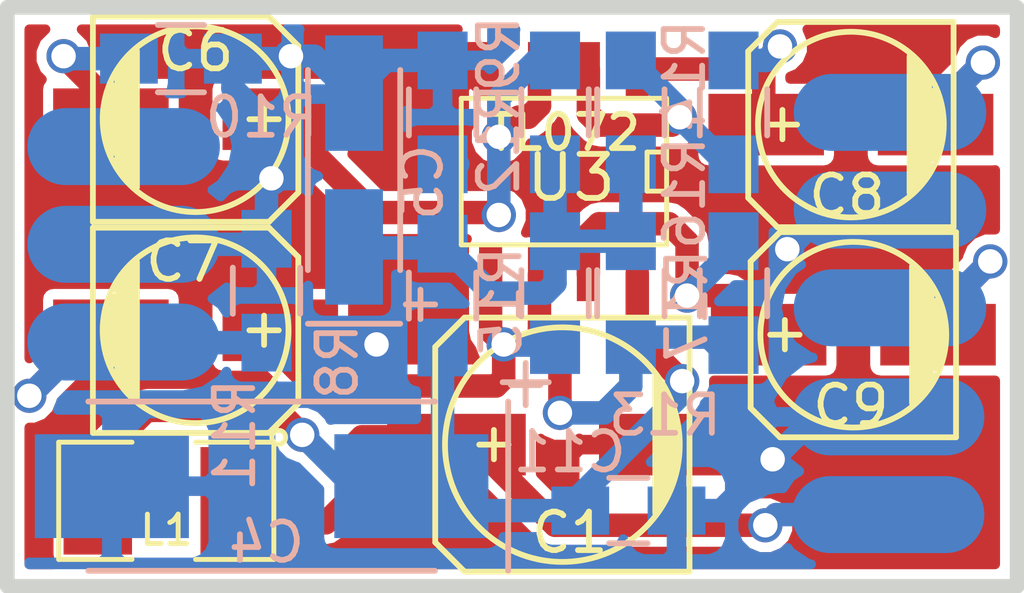
<source format=kicad_pcb>
(kicad_pcb (version 4) (host pcbnew 0.201511171411+6319~30~ubuntu14.04.1-product)

  (general
    (links 40)
    (no_connects 0)
    (area 188.467999 128.015999 215.074501 143.446501)
    (thickness 1.6002)
    (drawings 6)
    (tracks 197)
    (zones 0)
    (modules 23)
    (nets 15)
  )

  (page A4)
  (title_block
    (date "7 feb 2014")
  )

  (layers
    (0 Front signal)
    (31 Back signal)
    (32 B.Adhes user)
    (33 F.Adhes user)
    (34 B.Paste user)
    (35 F.Paste user)
    (36 B.SilkS user)
    (37 F.SilkS user)
    (38 B.Mask user)
    (39 F.Mask user)
    (40 Dwgs.User user)
    (41 Cmts.User user)
    (42 Eco1.User user)
    (43 Eco2.User user)
    (44 Edge.Cuts user)
  )

  (setup
    (last_trace_width 0.6096)
    (trace_clearance 0.254)
    (zone_clearance 0.254)
    (zone_45_only yes)
    (trace_min 0.2032)
    (segment_width 0.381)
    (edge_width 0.381)
    (via_size 0.889)
    (via_drill 0.635)
    (via_min_size 0.889)
    (via_min_drill 0.508)
    (uvia_size 0.508)
    (uvia_drill 0.127)
    (uvias_allowed no)
    (uvia_min_size 0.508)
    (uvia_min_drill 0.127)
    (pcb_text_width 0.3048)
    (pcb_text_size 1.524 2.032)
    (mod_edge_width 0.381)
    (mod_text_size 1.524 1.524)
    (mod_text_width 0.3048)
    (pad_size 5 2)
    (pad_drill 0)
    (pad_to_mask_clearance 0.254)
    (aux_axis_origin 0 0)
    (visible_elements FFFEFFFF)
    (pcbplotparams
      (layerselection 0x00030_80000001)
      (usegerberextensions true)
      (excludeedgelayer true)
      (linewidth 0.150000)
      (plotframeref false)
      (viasonmask false)
      (mode 1)
      (useauxorigin false)
      (hpglpennumber 1)
      (hpglpenspeed 20)
      (hpglpendiameter 15)
      (hpglpenoverlay 0)
      (psnegative false)
      (psa4output false)
      (plotreference true)
      (plotvalue true)
      (plotinvisibletext false)
      (padsonsilk false)
      (subtractmaskfromsilk false)
      (outputformat 1)
      (mirror false)
      (drillshape 1)
      (scaleselection 1)
      (outputdirectory /home/nail/tmp/))
  )

  (net 0 "")
  (net 1 +12V)
  (net 2 AGND)
  (net 3 left_in)
  (net 4 left_out)
  (net 5 right_in)
  (net 6 right_out)
  (net 7 /12V_filtered)
  (net 8 /virtual_gnd)
  (net 9 "Net-(C8-Pad1)")
  (net 10 "Net-(C9-Pad1)")
  (net 11 "Net-(R14-Pad1)")
  (net 12 "Net-(R15-Pad2)")
  (net 13 "Net-(C6-Pad1)")
  (net 14 "Net-(C7-Pad1)")

  (net_class Default "This is the default net class."
    (clearance 0.254)
    (trace_width 0.6096)
    (via_dia 0.889)
    (via_drill 0.635)
    (uvia_dia 0.508)
    (uvia_drill 0.127)
    (add_net +12V)
    (add_net /12V_filtered)
    (add_net /virtual_gnd)
    (add_net AGND)
    (add_net "Net-(C6-Pad1)")
    (add_net "Net-(C7-Pad1)")
    (add_net "Net-(C8-Pad1)")
    (add_net "Net-(C9-Pad1)")
    (add_net "Net-(R14-Pad1)")
    (add_net "Net-(R15-Pad2)")
    (add_net left_in)
    (add_net left_out)
    (add_net right_in)
    (add_net right_out)
  )

  (net_class GND ""
    (clearance 0.254)
    (trace_width 1.39192)
    (via_dia 0.889)
    (via_drill 0.635)
    (uvia_dia 0.508)
    (uvia_drill 0.127)
  )

  (module SO8E (layer Front) (tedit 56210B2E) (tstamp 52D3EDCE)
    (at 203.11364 132.47624 180)
    (descr "module CMS SOJ 8 pins etroit")
    (tags "CMS SOJ")
    (path /52D3B907)
    (attr smd)
    (fp_text reference U3 (at -0.18796 -0.16256 180) (layer F.SilkS)
      (effects (font (size 1.143 1.143) (thickness 0.1524)))
    )
    (fp_text value TL072 (at 0 1.016 180) (layer F.SilkS)
      (effects (font (size 0.889 0.889) (thickness 0.1524)))
    )
    (fp_line (start -2.667 1.778) (end -2.667 1.905) (layer F.SilkS) (width 0.127))
    (fp_line (start -2.667 1.905) (end 2.667 1.905) (layer F.SilkS) (width 0.127))
    (fp_line (start 2.667 -1.905) (end -2.667 -1.905) (layer F.SilkS) (width 0.127))
    (fp_line (start -2.667 -1.905) (end -2.667 1.778) (layer F.SilkS) (width 0.127))
    (fp_line (start -2.667 -0.508) (end -2.159 -0.508) (layer F.SilkS) (width 0.127))
    (fp_line (start -2.159 -0.508) (end -2.159 0.508) (layer F.SilkS) (width 0.127))
    (fp_line (start -2.159 0.508) (end -2.667 0.508) (layer F.SilkS) (width 0.127))
    (fp_line (start 2.667 -1.905) (end 2.667 1.905) (layer F.SilkS) (width 0.127))
    (pad 8 smd rect (at -1.905 -2.667 180) (size 0.59944 1.39954) (layers Front F.Paste F.Mask)
      (net 7 /12V_filtered))
    (pad 1 smd rect (at -1.905 2.667 180) (size 0.59944 1.39954) (layers Front F.Paste F.Mask)
      (net 9 "Net-(C8-Pad1)"))
    (pad 7 smd rect (at -0.635 -2.667 180) (size 0.59944 1.39954) (layers Front F.Paste F.Mask)
      (net 10 "Net-(C9-Pad1)"))
    (pad 6 smd rect (at 0.635 -2.667 180) (size 0.59944 1.39954) (layers Front F.Paste F.Mask)
      (net 12 "Net-(R15-Pad2)"))
    (pad 5 smd rect (at 1.905 -2.667 180) (size 0.59944 1.39954) (layers Front F.Paste F.Mask)
      (net 14 "Net-(C7-Pad1)"))
    (pad 2 smd rect (at -0.635 2.667 180) (size 0.59944 1.39954) (layers Front F.Paste F.Mask)
      (net 11 "Net-(R14-Pad1)"))
    (pad 3 smd rect (at 0.635 2.667 180) (size 0.59944 1.39954) (layers Front F.Paste F.Mask)
      (net 13 "Net-(C6-Pad1)"))
    (pad 4 smd rect (at 1.905 2.667 180) (size 0.59944 1.39954) (layers Front F.Paste F.Mask)
      (net 2 AGND))
    (model Housings_SOIC.3dshapes/SOIC-8_3.9x4.9mm_Pitch1.27mm.wrl
      (at (xyz 0 0 0))
      (scale (xyz 1 1 1))
      (rotate (xyz 0 0 90))
    )
  )

  (module SM1210L (layer Front) (tedit 56210B9F) (tstamp 52E77824)
    (at 192.786 141.0335 180)
    (tags "CMS SM")
    (path /52E771D7)
    (attr smd)
    (fp_text reference L1 (at 0 -0.762 180) (layer F.SilkS)
      (effects (font (size 0.762 0.762) (thickness 0.127)))
    )
    (fp_text value 330uH (at 0 0.635 180) (layer F.SilkS) hide
      (effects (font (size 0.889 0.762) (thickness 0.127)))
    )
    (fp_circle (center -2.921 1.651) (end -2.794 1.524) (layer F.SilkS) (width 0.127))
    (fp_line (start 0.889 1.524) (end 2.794 1.524) (layer F.SilkS) (width 0.127))
    (fp_line (start 2.794 1.524) (end 2.794 -1.524) (layer F.SilkS) (width 0.127))
    (fp_line (start 2.794 -1.524) (end 0.889 -1.524) (layer F.SilkS) (width 0.127))
    (fp_line (start -0.762 -1.524) (end -2.794 -1.524) (layer F.SilkS) (width 0.127))
    (fp_line (start -2.794 -1.524) (end -2.794 1.524) (layer F.SilkS) (width 0.127))
    (fp_line (start -2.794 1.524) (end -0.762 1.524) (layer F.SilkS) (width 0.127))
    (pad 1 smd rect (at -1.778 0 180) (size 1.778 2.794) (layers Front F.Paste F.Mask)
      (net 1 +12V))
    (pad 2 smd rect (at 1.778 0 180) (size 1.778 2.794) (layers Front F.Paste F.Mask)
      (net 7 /12V_filtered))
    (model SMD_Packages.3dshapes/SMD-1210.wrl
      (at (xyz 0 0 0))
      (scale (xyz 0.2 0.2 0.2))
      (rotate (xyz 0 0 0))
    )
  )

  (module Capacitors_SMD:c_elec_6.3x7.7 (layer Front) (tedit 56210AFE) (tstamp 560E405A)
    (at 203.073 139.573 180)
    (descr "SMT capacitor, aluminium electrolytic, 6.3x7.7")
    (path /52E771C6)
    (attr smd)
    (fp_text reference C1 (at -0.1905 -2.286 180) (layer F.SilkS)
      (effects (font (size 1 1) (thickness 0.15)))
    )
    (fp_text value 100m/25V (at 0 4.318 180) (layer F.Fab)
      (effects (font (size 1 1) (thickness 0.15)))
    )
    (fp_line (start -4.85 -3.55) (end 4.85 -3.55) (layer F.CrtYd) (width 0.05))
    (fp_line (start 4.85 -3.55) (end 4.85 3.55) (layer F.CrtYd) (width 0.05))
    (fp_line (start 4.85 3.55) (end -4.85 3.55) (layer F.CrtYd) (width 0.05))
    (fp_line (start -4.85 3.55) (end -4.85 -3.55) (layer F.CrtYd) (width 0.05))
    (fp_line (start -2.921 -0.762) (end -2.921 0.762) (layer F.SilkS) (width 0.15))
    (fp_line (start -2.794 1.143) (end -2.794 -1.143) (layer F.SilkS) (width 0.15))
    (fp_line (start -2.667 -1.397) (end -2.667 1.397) (layer F.SilkS) (width 0.15))
    (fp_line (start -2.54 1.651) (end -2.54 -1.651) (layer F.SilkS) (width 0.15))
    (fp_line (start -2.413 -1.778) (end -2.413 1.778) (layer F.SilkS) (width 0.15))
    (fp_line (start -3.302 -3.302) (end -3.302 3.302) (layer F.SilkS) (width 0.15))
    (fp_line (start -3.302 3.302) (end 2.54 3.302) (layer F.SilkS) (width 0.15))
    (fp_line (start 2.54 3.302) (end 3.302 2.54) (layer F.SilkS) (width 0.15))
    (fp_line (start 3.302 2.54) (end 3.302 -2.54) (layer F.SilkS) (width 0.15))
    (fp_line (start 3.302 -2.54) (end 2.54 -3.302) (layer F.SilkS) (width 0.15))
    (fp_line (start 2.54 -3.302) (end -3.302 -3.302) (layer F.SilkS) (width 0.15))
    (fp_line (start 2.159 0) (end 1.397 0) (layer F.SilkS) (width 0.15))
    (fp_line (start 1.778 -0.381) (end 1.778 0.381) (layer F.SilkS) (width 0.15))
    (fp_circle (center 0 0) (end -3.048 0) (layer F.SilkS) (width 0.15))
    (pad 1 smd rect (at 2.75082 0 180) (size 3.59918 1.6002) (layers Front F.Paste F.Mask)
      (net 1 +12V))
    (pad 2 smd rect (at -2.75082 0 180) (size 3.59918 1.6002) (layers Front F.Paste F.Mask)
      (net 2 AGND))
    (model Capacitors_SMD.3dshapes/c_elec_6.3x7.7.wrl
      (at (xyz 0 0 0))
      (scale (xyz 1 1 1))
      (rotate (xyz 0 0 0))
    )
  )

  (module Capacitors_Tantalum_SMD:TantalC_SizeD_EIA-7343_HandSoldering (layer Back) (tedit 562107E7) (tstamp 560E4088)
    (at 195.2625 140.6525 180)
    (descr "Tantal Cap. , Size D, EIA-7343, Hand Soldering,")
    (tags "Tantal Cap. , Size D, EIA-7343, Hand Soldering,")
    (path /52E56B09)
    (attr smd)
    (fp_text reference C4 (at -0.127 -1.4605 180) (layer B.SilkS)
      (effects (font (size 1 1) (thickness 0.15)) (justify mirror))
    )
    (fp_text value 47m/25V (at -0.09906 -3.59918 180) (layer B.Fab)
      (effects (font (size 1 1) (thickness 0.15)) (justify mirror))
    )
    (fp_line (start -6.40334 2.19964) (end -6.40334 -2.19964) (layer B.SilkS) (width 0.15))
    (fp_line (start -4.50088 -2.19964) (end 4.50088 -2.19964) (layer B.SilkS) (width 0.15))
    (fp_line (start 4.50088 2.19964) (end -4.50088 2.19964) (layer B.SilkS) (width 0.15))
    (fp_text user + (at -6.85546 2.70002 180) (layer B.SilkS)
      (effects (font (size 1 1) (thickness 0.15)) (justify mirror))
    )
    (fp_line (start -6.858 3.20294) (end -6.858 2.10312) (layer B.SilkS) (width 0.15))
    (fp_line (start -7.45744 2.70256) (end -6.25856 2.70256) (layer B.SilkS) (width 0.15))
    (pad 2 smd rect (at 3.88874 0 180) (size 4.0005 2.70002) (layers Back B.Paste B.Mask)
      (net 2 AGND))
    (pad 1 smd rect (at -3.88874 0 180) (size 4.0005 2.70002) (layers Back B.Paste B.Mask)
      (net 7 /12V_filtered))
    (model Capacitors_Tantalum_SMD.3dshapes/TantalC_SizeD_EIA-7343_HandSoldering.wrl
      (at (xyz 0 0 0))
      (scale (xyz 1 1 1))
      (rotate (xyz 0 0 180))
    )
  )

  (module Capacitors_SMD:c_elec_5x5.8 (layer Front) (tedit 56210B19) (tstamp 560E409E)
    (at 193.548 131.1148)
    (descr "SMT capacitor, aluminium electrolytic, 5x5.8")
    (path /52D3C8BA)
    (attr smd)
    (fp_text reference C6 (at 0 -1.778) (layer F.SilkS)
      (effects (font (size 1 1) (thickness 0.15)))
    )
    (fp_text value 10m/16V (at 0 3.81) (layer F.Fab)
      (effects (font (size 1 1) (thickness 0.15)))
    )
    (fp_line (start -3.95 -3) (end 3.95 -3) (layer F.CrtYd) (width 0.05))
    (fp_line (start 3.95 -3) (end 3.95 3) (layer F.CrtYd) (width 0.05))
    (fp_line (start 3.95 3) (end -3.95 3) (layer F.CrtYd) (width 0.05))
    (fp_line (start -3.95 3) (end -3.95 -3) (layer F.CrtYd) (width 0.05))
    (fp_line (start -2.286 -0.635) (end -2.286 0.762) (layer F.SilkS) (width 0.15))
    (fp_line (start -2.159 -0.889) (end -2.159 0.889) (layer F.SilkS) (width 0.15))
    (fp_line (start -2.032 -1.27) (end -2.032 1.27) (layer F.SilkS) (width 0.15))
    (fp_line (start -1.905 1.397) (end -1.905 -1.397) (layer F.SilkS) (width 0.15))
    (fp_line (start -1.778 -1.524) (end -1.778 1.524) (layer F.SilkS) (width 0.15))
    (fp_line (start -1.651 1.651) (end -1.651 -1.651) (layer F.SilkS) (width 0.15))
    (fp_line (start -1.524 -1.778) (end -1.524 1.778) (layer F.SilkS) (width 0.15))
    (fp_line (start -2.667 -2.667) (end 1.905 -2.667) (layer F.SilkS) (width 0.15))
    (fp_line (start 1.905 -2.667) (end 2.667 -1.905) (layer F.SilkS) (width 0.15))
    (fp_line (start 2.667 -1.905) (end 2.667 1.905) (layer F.SilkS) (width 0.15))
    (fp_line (start 2.667 1.905) (end 1.905 2.667) (layer F.SilkS) (width 0.15))
    (fp_line (start 1.905 2.667) (end -2.667 2.667) (layer F.SilkS) (width 0.15))
    (fp_line (start -2.667 2.667) (end -2.667 -2.667) (layer F.SilkS) (width 0.15))
    (fp_line (start 2.159 0) (end 1.397 0) (layer F.SilkS) (width 0.15))
    (fp_line (start 1.778 -0.381) (end 1.778 0.381) (layer F.SilkS) (width 0.15))
    (fp_circle (center 0 0) (end -2.413 0) (layer F.SilkS) (width 0.15))
    (pad 1 smd rect (at 2.19964 0) (size 2.99974 1.6002) (layers Front F.Paste F.Mask)
      (net 13 "Net-(C6-Pad1)"))
    (pad 2 smd rect (at -2.19964 0) (size 2.99974 1.6002) (layers Front F.Paste F.Mask)
      (net 5 right_in))
    (model Capacitors_SMD.3dshapes/c_elec_5x5.8.wrl
      (at (xyz 0 0 0))
      (scale (xyz 1 1 1))
      (rotate (xyz 0 0 0))
    )
  )

  (module Capacitors_SMD:c_elec_5x5.8 (layer Front) (tedit 56210B1E) (tstamp 560E40B7)
    (at 193.548 136.6012)
    (descr "SMT capacitor, aluminium electrolytic, 5x5.8")
    (path /52D3C91A)
    (attr smd)
    (fp_text reference C7 (at -0.3048 -1.7907) (layer F.SilkS)
      (effects (font (size 1 1) (thickness 0.15)))
    )
    (fp_text value 10m/16V (at 0 3.81) (layer F.Fab)
      (effects (font (size 1 1) (thickness 0.15)))
    )
    (fp_line (start -3.95 -3) (end 3.95 -3) (layer F.CrtYd) (width 0.05))
    (fp_line (start 3.95 -3) (end 3.95 3) (layer F.CrtYd) (width 0.05))
    (fp_line (start 3.95 3) (end -3.95 3) (layer F.CrtYd) (width 0.05))
    (fp_line (start -3.95 3) (end -3.95 -3) (layer F.CrtYd) (width 0.05))
    (fp_line (start -2.286 -0.635) (end -2.286 0.762) (layer F.SilkS) (width 0.15))
    (fp_line (start -2.159 -0.889) (end -2.159 0.889) (layer F.SilkS) (width 0.15))
    (fp_line (start -2.032 -1.27) (end -2.032 1.27) (layer F.SilkS) (width 0.15))
    (fp_line (start -1.905 1.397) (end -1.905 -1.397) (layer F.SilkS) (width 0.15))
    (fp_line (start -1.778 -1.524) (end -1.778 1.524) (layer F.SilkS) (width 0.15))
    (fp_line (start -1.651 1.651) (end -1.651 -1.651) (layer F.SilkS) (width 0.15))
    (fp_line (start -1.524 -1.778) (end -1.524 1.778) (layer F.SilkS) (width 0.15))
    (fp_line (start -2.667 -2.667) (end 1.905 -2.667) (layer F.SilkS) (width 0.15))
    (fp_line (start 1.905 -2.667) (end 2.667 -1.905) (layer F.SilkS) (width 0.15))
    (fp_line (start 2.667 -1.905) (end 2.667 1.905) (layer F.SilkS) (width 0.15))
    (fp_line (start 2.667 1.905) (end 1.905 2.667) (layer F.SilkS) (width 0.15))
    (fp_line (start 1.905 2.667) (end -2.667 2.667) (layer F.SilkS) (width 0.15))
    (fp_line (start -2.667 2.667) (end -2.667 -2.667) (layer F.SilkS) (width 0.15))
    (fp_line (start 2.159 0) (end 1.397 0) (layer F.SilkS) (width 0.15))
    (fp_line (start 1.778 -0.381) (end 1.778 0.381) (layer F.SilkS) (width 0.15))
    (fp_circle (center 0 0) (end -2.413 0) (layer F.SilkS) (width 0.15))
    (pad 1 smd rect (at 2.19964 0) (size 2.99974 1.6002) (layers Front F.Paste F.Mask)
      (net 14 "Net-(C7-Pad1)"))
    (pad 2 smd rect (at -2.19964 0) (size 2.99974 1.6002) (layers Front F.Paste F.Mask)
      (net 3 left_in))
    (model Capacitors_SMD.3dshapes/c_elec_5x5.8.wrl
      (at (xyz 0 0 0))
      (scale (xyz 1 1 1))
      (rotate (xyz 0 0 0))
    )
  )

  (module Capacitors_SMD:c_elec_5x5.8 (layer Front) (tedit 56210B32) (tstamp 560E40D0)
    (at 210.566 131.2545 180)
    (descr "SMT capacitor, aluminium electrolytic, 5x5.8")
    (path /52D3D12D)
    (attr smd)
    (fp_text reference C8 (at 0.1016 -1.8415 180) (layer F.SilkS)
      (effects (font (size 1 1) (thickness 0.15)))
    )
    (fp_text value 47m/25V (at 0 3.81 180) (layer F.Fab)
      (effects (font (size 1 1) (thickness 0.15)))
    )
    (fp_line (start -3.95 -3) (end 3.95 -3) (layer F.CrtYd) (width 0.05))
    (fp_line (start 3.95 -3) (end 3.95 3) (layer F.CrtYd) (width 0.05))
    (fp_line (start 3.95 3) (end -3.95 3) (layer F.CrtYd) (width 0.05))
    (fp_line (start -3.95 3) (end -3.95 -3) (layer F.CrtYd) (width 0.05))
    (fp_line (start -2.286 -0.635) (end -2.286 0.762) (layer F.SilkS) (width 0.15))
    (fp_line (start -2.159 -0.889) (end -2.159 0.889) (layer F.SilkS) (width 0.15))
    (fp_line (start -2.032 -1.27) (end -2.032 1.27) (layer F.SilkS) (width 0.15))
    (fp_line (start -1.905 1.397) (end -1.905 -1.397) (layer F.SilkS) (width 0.15))
    (fp_line (start -1.778 -1.524) (end -1.778 1.524) (layer F.SilkS) (width 0.15))
    (fp_line (start -1.651 1.651) (end -1.651 -1.651) (layer F.SilkS) (width 0.15))
    (fp_line (start -1.524 -1.778) (end -1.524 1.778) (layer F.SilkS) (width 0.15))
    (fp_line (start -2.667 -2.667) (end 1.905 -2.667) (layer F.SilkS) (width 0.15))
    (fp_line (start 1.905 -2.667) (end 2.667 -1.905) (layer F.SilkS) (width 0.15))
    (fp_line (start 2.667 -1.905) (end 2.667 1.905) (layer F.SilkS) (width 0.15))
    (fp_line (start 2.667 1.905) (end 1.905 2.667) (layer F.SilkS) (width 0.15))
    (fp_line (start 1.905 2.667) (end -2.667 2.667) (layer F.SilkS) (width 0.15))
    (fp_line (start -2.667 2.667) (end -2.667 -2.667) (layer F.SilkS) (width 0.15))
    (fp_line (start 2.159 0) (end 1.397 0) (layer F.SilkS) (width 0.15))
    (fp_line (start 1.778 -0.381) (end 1.778 0.381) (layer F.SilkS) (width 0.15))
    (fp_circle (center 0 0) (end -2.413 0) (layer F.SilkS) (width 0.15))
    (pad 1 smd rect (at 2.19964 0 180) (size 2.99974 1.6002) (layers Front F.Paste F.Mask)
      (net 9 "Net-(C8-Pad1)"))
    (pad 2 smd rect (at -2.19964 0 180) (size 2.99974 1.6002) (layers Front F.Paste F.Mask)
      (net 6 right_out))
    (model Capacitors_SMD.3dshapes/c_elec_5x5.8.wrl
      (at (xyz 0 0 0))
      (scale (xyz 1 1 1))
      (rotate (xyz 0 0 0))
    )
  )

  (module Capacitors_SMD:c_elec_5x5.8 (layer Front) (tedit 56210863) (tstamp 560E40E9)
    (at 210.6295 136.7155 180)
    (descr "SMT capacitor, aluminium electrolytic, 5x5.8")
    (path /52D3D123)
    (attr smd)
    (fp_text reference C9 (at 0.0635 -1.8415 180) (layer F.SilkS)
      (effects (font (size 1 1) (thickness 0.15)))
    )
    (fp_text value 47m/25V (at 0 3.81 180) (layer F.Fab)
      (effects (font (size 1 1) (thickness 0.15)))
    )
    (fp_line (start -3.95 -3) (end 3.95 -3) (layer F.CrtYd) (width 0.05))
    (fp_line (start 3.95 -3) (end 3.95 3) (layer F.CrtYd) (width 0.05))
    (fp_line (start 3.95 3) (end -3.95 3) (layer F.CrtYd) (width 0.05))
    (fp_line (start -3.95 3) (end -3.95 -3) (layer F.CrtYd) (width 0.05))
    (fp_line (start -2.286 -0.635) (end -2.286 0.762) (layer F.SilkS) (width 0.15))
    (fp_line (start -2.159 -0.889) (end -2.159 0.889) (layer F.SilkS) (width 0.15))
    (fp_line (start -2.032 -1.27) (end -2.032 1.27) (layer F.SilkS) (width 0.15))
    (fp_line (start -1.905 1.397) (end -1.905 -1.397) (layer F.SilkS) (width 0.15))
    (fp_line (start -1.778 -1.524) (end -1.778 1.524) (layer F.SilkS) (width 0.15))
    (fp_line (start -1.651 1.651) (end -1.651 -1.651) (layer F.SilkS) (width 0.15))
    (fp_line (start -1.524 -1.778) (end -1.524 1.778) (layer F.SilkS) (width 0.15))
    (fp_line (start -2.667 -2.667) (end 1.905 -2.667) (layer F.SilkS) (width 0.15))
    (fp_line (start 1.905 -2.667) (end 2.667 -1.905) (layer F.SilkS) (width 0.15))
    (fp_line (start 2.667 -1.905) (end 2.667 1.905) (layer F.SilkS) (width 0.15))
    (fp_line (start 2.667 1.905) (end 1.905 2.667) (layer F.SilkS) (width 0.15))
    (fp_line (start 1.905 2.667) (end -2.667 2.667) (layer F.SilkS) (width 0.15))
    (fp_line (start -2.667 2.667) (end -2.667 -2.667) (layer F.SilkS) (width 0.15))
    (fp_line (start 2.159 0) (end 1.397 0) (layer F.SilkS) (width 0.15))
    (fp_line (start 1.778 -0.381) (end 1.778 0.381) (layer F.SilkS) (width 0.15))
    (fp_circle (center 0 0) (end -2.413 0) (layer F.SilkS) (width 0.15))
    (pad 1 smd rect (at 2.19964 0 180) (size 2.99974 1.6002) (layers Front F.Paste F.Mask)
      (net 10 "Net-(C9-Pad1)"))
    (pad 2 smd rect (at -2.19964 0 180) (size 2.99974 1.6002) (layers Front F.Paste F.Mask)
      (net 4 left_out))
    (model Capacitors_SMD.3dshapes/c_elec_5x5.8.wrl
      (at (xyz 0 0 0))
      (scale (xyz 1 1 1))
      (rotate (xyz 0 0 0))
    )
  )

  (module Resistors_SMD:R_0805_HandSoldering (layer Back) (tedit 56210836) (tstamp 560E419C)
    (at 207.518 135.636 90)
    (descr "Resistor SMD 0805, hand soldering")
    (tags "resistor 0805")
    (path /52D3CE44)
    (attr smd)
    (fp_text reference R17 (at -0.3175 -1.2065 90) (layer B.SilkS)
      (effects (font (size 1 1) (thickness 0.15)) (justify mirror))
    )
    (fp_text value 7M5 (at 0 -2.1 90) (layer B.Fab)
      (effects (font (size 1 1) (thickness 0.15)) (justify mirror))
    )
    (fp_line (start -2.4 1) (end 2.4 1) (layer B.CrtYd) (width 0.05))
    (fp_line (start -2.4 -1) (end 2.4 -1) (layer B.CrtYd) (width 0.05))
    (fp_line (start -2.4 1) (end -2.4 -1) (layer B.CrtYd) (width 0.05))
    (fp_line (start 2.4 1) (end 2.4 -1) (layer B.CrtYd) (width 0.05))
    (fp_line (start 0.6 -0.875) (end -0.6 -0.875) (layer B.SilkS) (width 0.15))
    (fp_line (start -0.6 0.875) (end 0.6 0.875) (layer B.SilkS) (width 0.15))
    (pad 1 smd rect (at -1.35 0 90) (size 1.5 1.3) (layers Back B.Paste B.Mask)
      (net 12 "Net-(R15-Pad2)"))
    (pad 2 smd rect (at 1.35 0 90) (size 1.5 1.3) (layers Back B.Paste B.Mask)
      (net 10 "Net-(C9-Pad1)"))
    (model Resistors_SMD.3dshapes/R_0805_HandSoldering.wrl
      (at (xyz 0 0 0))
      (scale (xyz 1 1 1))
      (rotate (xyz 0 0 0))
    )
  )

  (module Resistors_SMD:R_0805_HandSoldering (layer Back) (tedit 56210830) (tstamp 560E4191)
    (at 207.518 130.937 90)
    (descr "Resistor SMD 0805, hand soldering")
    (tags "resistor 0805")
    (path /52D3CE2F)
    (attr smd)
    (fp_text reference R16 (at -2.0955 -1.27 90) (layer B.SilkS)
      (effects (font (size 1 1) (thickness 0.15)) (justify mirror))
    )
    (fp_text value 7M5 (at 0 -2.1 90) (layer B.Fab)
      (effects (font (size 1 1) (thickness 0.15)) (justify mirror))
    )
    (fp_line (start -2.4 1) (end 2.4 1) (layer B.CrtYd) (width 0.05))
    (fp_line (start -2.4 -1) (end 2.4 -1) (layer B.CrtYd) (width 0.05))
    (fp_line (start -2.4 1) (end -2.4 -1) (layer B.CrtYd) (width 0.05))
    (fp_line (start 2.4 1) (end 2.4 -1) (layer B.CrtYd) (width 0.05))
    (fp_line (start 0.6 -0.875) (end -0.6 -0.875) (layer B.SilkS) (width 0.15))
    (fp_line (start -0.6 0.875) (end 0.6 0.875) (layer B.SilkS) (width 0.15))
    (pad 1 smd rect (at -1.35 0 90) (size 1.5 1.3) (layers Back B.Paste B.Mask)
      (net 11 "Net-(R14-Pad1)"))
    (pad 2 smd rect (at 1.35 0 90) (size 1.5 1.3) (layers Back B.Paste B.Mask)
      (net 9 "Net-(C8-Pad1)"))
    (model Resistors_SMD.3dshapes/R_0805_HandSoldering.wrl
      (at (xyz 0 0 0))
      (scale (xyz 1 1 1))
      (rotate (xyz 0 0 0))
    )
  )

  (module Resistors_SMD:R_0805_HandSoldering (layer Back) (tedit 56210841) (tstamp 560E4186)
    (at 204.851 135.636 270)
    (descr "Resistor SMD 0805, hand soldering")
    (tags "resistor 0805")
    (path /52D3CE54)
    (attr smd)
    (fp_text reference R15 (at 0.254 3.3655 270) (layer B.SilkS)
      (effects (font (size 1 1) (thickness 0.15)) (justify mirror))
    )
    (fp_text value 330k (at 0 -2.1 270) (layer B.Fab)
      (effects (font (size 1 1) (thickness 0.15)) (justify mirror))
    )
    (fp_line (start -2.4 1) (end 2.4 1) (layer B.CrtYd) (width 0.05))
    (fp_line (start -2.4 -1) (end 2.4 -1) (layer B.CrtYd) (width 0.05))
    (fp_line (start -2.4 1) (end -2.4 -1) (layer B.CrtYd) (width 0.05))
    (fp_line (start 2.4 1) (end 2.4 -1) (layer B.CrtYd) (width 0.05))
    (fp_line (start 0.6 -0.875) (end -0.6 -0.875) (layer B.SilkS) (width 0.15))
    (fp_line (start -0.6 0.875) (end 0.6 0.875) (layer B.SilkS) (width 0.15))
    (pad 1 smd rect (at -1.35 0 270) (size 1.5 1.3) (layers Back B.Paste B.Mask)
      (net 8 /virtual_gnd))
    (pad 2 smd rect (at 1.35 0 270) (size 1.5 1.3) (layers Back B.Paste B.Mask)
      (net 12 "Net-(R15-Pad2)"))
    (model Resistors_SMD.3dshapes/R_0805_HandSoldering.wrl
      (at (xyz 0 0 0))
      (scale (xyz 1 1 1))
      (rotate (xyz 0 0 0))
    )
  )

  (module Resistors_SMD:R_0805_HandSoldering (layer Back) (tedit 5621082C) (tstamp 560E417B)
    (at 204.851 130.937 270)
    (descr "Resistor SMD 0805, hand soldering")
    (tags "resistor 0805")
    (path /52D3CE47)
    (attr smd)
    (fp_text reference R14 (at -0.9525 -1.397 270) (layer B.SilkS)
      (effects (font (size 1 1) (thickness 0.15)) (justify mirror))
    )
    (fp_text value 330k (at 0 -2.1 270) (layer B.Fab)
      (effects (font (size 1 1) (thickness 0.15)) (justify mirror))
    )
    (fp_line (start -2.4 1) (end 2.4 1) (layer B.CrtYd) (width 0.05))
    (fp_line (start -2.4 -1) (end 2.4 -1) (layer B.CrtYd) (width 0.05))
    (fp_line (start -2.4 1) (end -2.4 -1) (layer B.CrtYd) (width 0.05))
    (fp_line (start 2.4 1) (end 2.4 -1) (layer B.CrtYd) (width 0.05))
    (fp_line (start 0.6 -0.875) (end -0.6 -0.875) (layer B.SilkS) (width 0.15))
    (fp_line (start -0.6 0.875) (end 0.6 0.875) (layer B.SilkS) (width 0.15))
    (pad 1 smd rect (at -1.35 0 270) (size 1.5 1.3) (layers Back B.Paste B.Mask)
      (net 11 "Net-(R14-Pad1)"))
    (pad 2 smd rect (at 1.35 0 270) (size 1.5 1.3) (layers Back B.Paste B.Mask)
      (net 8 /virtual_gnd))
    (model Resistors_SMD.3dshapes/R_0805_HandSoldering.wrl
      (at (xyz 0 0 0))
      (scale (xyz 1 1 1))
      (rotate (xyz 0 0 0))
    )
  )

  (module Resistors_SMD:R_0805_HandSoldering (layer Back) (tedit 5621083A) (tstamp 560E4170)
    (at 202.8825 135.636 90)
    (descr "Resistor SMD 0805, hand soldering")
    (tags "resistor 0805")
    (path /52D3CF91)
    (attr smd)
    (fp_text reference R13 (at -3.175 2.8575 180) (layer B.SilkS)
      (effects (font (size 1 1) (thickness 0.15)) (justify mirror))
    )
    (fp_text value 100k (at 0 -2.1 90) (layer B.Fab)
      (effects (font (size 1 1) (thickness 0.15)) (justify mirror))
    )
    (fp_line (start -2.4 1) (end 2.4 1) (layer B.CrtYd) (width 0.05))
    (fp_line (start -2.4 -1) (end 2.4 -1) (layer B.CrtYd) (width 0.05))
    (fp_line (start -2.4 1) (end -2.4 -1) (layer B.CrtYd) (width 0.05))
    (fp_line (start 2.4 1) (end 2.4 -1) (layer B.CrtYd) (width 0.05))
    (fp_line (start 0.6 -0.875) (end -0.6 -0.875) (layer B.SilkS) (width 0.15))
    (fp_line (start -0.6 0.875) (end 0.6 0.875) (layer B.SilkS) (width 0.15))
    (pad 1 smd rect (at -1.35 0 90) (size 1.5 1.3) (layers Back B.Paste B.Mask)
      (net 14 "Net-(C7-Pad1)"))
    (pad 2 smd rect (at 1.35 0 90) (size 1.5 1.3) (layers Back B.Paste B.Mask)
      (net 8 /virtual_gnd))
    (model Resistors_SMD.3dshapes/R_0805_HandSoldering.wrl
      (at (xyz 0 0 0))
      (scale (xyz 1 1 1))
      (rotate (xyz 0 0 0))
    )
  )

  (module Resistors_SMD:R_0805_HandSoldering (layer Back) (tedit 56210825) (tstamp 560E4165)
    (at 202.8825 130.937 270)
    (descr "Resistor SMD 0805, hand soldering")
    (tags "resistor 0805")
    (path /52D3CF88)
    (attr smd)
    (fp_text reference R12 (at 0.6985 1.4605 270) (layer B.SilkS)
      (effects (font (size 1 1) (thickness 0.15)) (justify mirror))
    )
    (fp_text value 100k (at 0 -2.1 270) (layer B.Fab)
      (effects (font (size 1 1) (thickness 0.15)) (justify mirror))
    )
    (fp_line (start -2.4 1) (end 2.4 1) (layer B.CrtYd) (width 0.05))
    (fp_line (start -2.4 -1) (end 2.4 -1) (layer B.CrtYd) (width 0.05))
    (fp_line (start -2.4 1) (end -2.4 -1) (layer B.CrtYd) (width 0.05))
    (fp_line (start 2.4 1) (end 2.4 -1) (layer B.CrtYd) (width 0.05))
    (fp_line (start 0.6 -0.875) (end -0.6 -0.875) (layer B.SilkS) (width 0.15))
    (fp_line (start -0.6 0.875) (end 0.6 0.875) (layer B.SilkS) (width 0.15))
    (pad 1 smd rect (at -1.35 0 270) (size 1.5 1.3) (layers Back B.Paste B.Mask)
      (net 13 "Net-(C6-Pad1)"))
    (pad 2 smd rect (at 1.35 0 270) (size 1.5 1.3) (layers Back B.Paste B.Mask)
      (net 8 /virtual_gnd))
    (model Resistors_SMD.3dshapes/R_0805_HandSoldering.wrl
      (at (xyz 0 0 0))
      (scale (xyz 1 1 1))
      (rotate (xyz 0 0 0))
    )
  )

  (module Resistors_SMD:R_0805_HandSoldering (layer Back) (tedit 562107ED) (tstamp 560E415A)
    (at 195.3895 135.5725 270)
    (descr "Resistor SMD 0805, hand soldering")
    (tags "resistor 0805")
    (path /52D3CF9F)
    (attr smd)
    (fp_text reference R11 (at 3.7465 0.8255 270) (layer B.SilkS)
      (effects (font (size 1 1) (thickness 0.15)) (justify mirror))
    )
    (fp_text value 10k (at 0 -2.1 270) (layer B.Fab)
      (effects (font (size 1 1) (thickness 0.15)) (justify mirror))
    )
    (fp_line (start -2.4 1) (end 2.4 1) (layer B.CrtYd) (width 0.05))
    (fp_line (start -2.4 -1) (end 2.4 -1) (layer B.CrtYd) (width 0.05))
    (fp_line (start -2.4 1) (end -2.4 -1) (layer B.CrtYd) (width 0.05))
    (fp_line (start 2.4 1) (end 2.4 -1) (layer B.CrtYd) (width 0.05))
    (fp_line (start 0.6 -0.875) (end -0.6 -0.875) (layer B.SilkS) (width 0.15))
    (fp_line (start -0.6 0.875) (end 0.6 0.875) (layer B.SilkS) (width 0.15))
    (pad 1 smd rect (at -1.35 0 270) (size 1.5 1.3) (layers Back B.Paste B.Mask)
      (net 2 AGND))
    (pad 2 smd rect (at 1.35 0 270) (size 1.5 1.3) (layers Back B.Paste B.Mask)
      (net 3 left_in))
    (model Resistors_SMD.3dshapes/R_0805_HandSoldering.wrl
      (at (xyz 0 0 0))
      (scale (xyz 1 1 1))
      (rotate (xyz 0 0 0))
    )
  )

  (module Resistors_SMD:R_0805_HandSoldering (layer Back) (tedit 56210814) (tstamp 560E414F)
    (at 193.167 129.54 180)
    (descr "Resistor SMD 0805, hand soldering")
    (tags "resistor 0805")
    (path /52D3CF9C)
    (attr smd)
    (fp_text reference R10 (at -2.0955 -1.524 180) (layer B.SilkS)
      (effects (font (size 1 1) (thickness 0.15)) (justify mirror))
    )
    (fp_text value 10k (at 0 -2.1 180) (layer B.Fab)
      (effects (font (size 1 1) (thickness 0.15)) (justify mirror))
    )
    (fp_line (start -2.4 1) (end 2.4 1) (layer B.CrtYd) (width 0.05))
    (fp_line (start -2.4 -1) (end 2.4 -1) (layer B.CrtYd) (width 0.05))
    (fp_line (start -2.4 1) (end -2.4 -1) (layer B.CrtYd) (width 0.05))
    (fp_line (start 2.4 1) (end 2.4 -1) (layer B.CrtYd) (width 0.05))
    (fp_line (start 0.6 -0.875) (end -0.6 -0.875) (layer B.SilkS) (width 0.15))
    (fp_line (start -0.6 0.875) (end 0.6 0.875) (layer B.SilkS) (width 0.15))
    (pad 1 smd rect (at -1.35 0 180) (size 1.5 1.3) (layers Back B.Paste B.Mask)
      (net 2 AGND))
    (pad 2 smd rect (at 1.35 0 180) (size 1.5 1.3) (layers Back B.Paste B.Mask)
      (net 5 right_in))
    (model Resistors_SMD.3dshapes/R_0805_HandSoldering.wrl
      (at (xyz 0 0 0))
      (scale (xyz 1 1 1))
      (rotate (xyz 0 0 0))
    )
  )

  (module Resistors_SMD:R_0805_HandSoldering (layer Back) (tedit 5621081F) (tstamp 560E4144)
    (at 199.9615 130.937 270)
    (descr "Resistor SMD 0805, hand soldering")
    (tags "resistor 0805")
    (path /52D3D170)
    (attr smd)
    (fp_text reference R9 (at -1.524 -1.4605 450) (layer B.SilkS)
      (effects (font (size 1 1) (thickness 0.15)) (justify mirror))
    )
    (fp_text value 10k (at 0 -2.1 270) (layer B.Fab)
      (effects (font (size 1 1) (thickness 0.15)) (justify mirror))
    )
    (fp_line (start -2.4 1) (end 2.4 1) (layer B.CrtYd) (width 0.05))
    (fp_line (start -2.4 -1) (end 2.4 -1) (layer B.CrtYd) (width 0.05))
    (fp_line (start -2.4 1) (end -2.4 -1) (layer B.CrtYd) (width 0.05))
    (fp_line (start 2.4 1) (end 2.4 -1) (layer B.CrtYd) (width 0.05))
    (fp_line (start 0.6 -0.875) (end -0.6 -0.875) (layer B.SilkS) (width 0.15))
    (fp_line (start -0.6 0.875) (end 0.6 0.875) (layer B.SilkS) (width 0.15))
    (pad 1 smd rect (at -1.35 0 270) (size 1.5 1.3) (layers Back B.Paste B.Mask)
      (net 2 AGND))
    (pad 2 smd rect (at 1.35 0 270) (size 1.5 1.3) (layers Back B.Paste B.Mask)
      (net 8 /virtual_gnd))
    (model Resistors_SMD.3dshapes/R_0805_HandSoldering.wrl
      (at (xyz 0 0 0))
      (scale (xyz 1 1 1))
      (rotate (xyz 0 0 0))
    )
  )

  (module Resistors_SMD:R_0805_HandSoldering (layer Back) (tedit 56210806) (tstamp 560E4139)
    (at 199.9615 135.6995 270)
    (descr "Resistor SMD 0805, hand soldering")
    (tags "resistor 0805")
    (path /52D3D16C)
    (attr smd)
    (fp_text reference R8 (at 1.7145 2.7305 270) (layer B.SilkS)
      (effects (font (size 1 1) (thickness 0.15)) (justify mirror))
    )
    (fp_text value 10k (at 0 -2.1 270) (layer B.Fab)
      (effects (font (size 1 1) (thickness 0.15)) (justify mirror))
    )
    (fp_line (start -2.4 1) (end 2.4 1) (layer B.CrtYd) (width 0.05))
    (fp_line (start -2.4 -1) (end 2.4 -1) (layer B.CrtYd) (width 0.05))
    (fp_line (start -2.4 1) (end -2.4 -1) (layer B.CrtYd) (width 0.05))
    (fp_line (start 2.4 1) (end 2.4 -1) (layer B.CrtYd) (width 0.05))
    (fp_line (start 0.6 -0.875) (end -0.6 -0.875) (layer B.SilkS) (width 0.15))
    (fp_line (start -0.6 0.875) (end 0.6 0.875) (layer B.SilkS) (width 0.15))
    (pad 1 smd rect (at -1.35 0 270) (size 1.5 1.3) (layers Back B.Paste B.Mask)
      (net 8 /virtual_gnd))
    (pad 2 smd rect (at 1.35 0 270) (size 1.5 1.3) (layers Back B.Paste B.Mask)
      (net 7 /12V_filtered))
    (model Resistors_SMD.3dshapes/R_0805_HandSoldering.wrl
      (at (xyz 0 0 0))
      (scale (xyz 1 1 1))
      (rotate (xyz 0 0 0))
    )
  )

  (module Capacitors_SMD:C_0805_HandSoldering (layer Back) (tedit 5621084A) (tstamp 560E4102)
    (at 204.7875 141.2875)
    (descr "Capacitor SMD 0805, hand soldering")
    (tags "capacitor 0805")
    (path /52E79ACE)
    (attr smd)
    (fp_text reference C11 (at -1.524 -1.524) (layer B.SilkS)
      (effects (font (size 1 1) (thickness 0.15)) (justify mirror))
    )
    (fp_text value 100n (at 0 -2.1) (layer B.Fab)
      (effects (font (size 1 1) (thickness 0.15)) (justify mirror))
    )
    (fp_line (start -2.3 1) (end 2.3 1) (layer B.CrtYd) (width 0.05))
    (fp_line (start -2.3 -1) (end 2.3 -1) (layer B.CrtYd) (width 0.05))
    (fp_line (start -2.3 1) (end -2.3 -1) (layer B.CrtYd) (width 0.05))
    (fp_line (start 2.3 1) (end 2.3 -1) (layer B.CrtYd) (width 0.05))
    (fp_line (start 0.5 0.85) (end -0.5 0.85) (layer B.SilkS) (width 0.15))
    (fp_line (start -0.5 -0.85) (end 0.5 -0.85) (layer B.SilkS) (width 0.15))
    (pad 1 smd rect (at -1.25 0) (size 1.5 1.25) (layers Back B.Paste B.Mask)
      (net 7 /12V_filtered))
    (pad 2 smd rect (at 1.25 0) (size 1.5 1.25) (layers Back B.Paste B.Mask)
      (net 2 AGND))
    (model Capacitors_SMD.3dshapes/C_0805_HandSoldering.wrl
      (at (xyz 0 0 0))
      (scale (xyz 1 1 1))
      (rotate (xyz 0 0 0))
    )
  )

  (module my_modules:Pin_Header_Straight_1x03_no_silk (layer Front) (tedit 562108B6) (tstamp 560E65C5)
    (at 211.582 136.017 180)
    (descr "Through hole pin header")
    (tags "pin header")
    (path /54F9D72B)
    (fp_text reference P3 (at 0 -5.1 180) (layer F.SilkS) hide
      (effects (font (size 1 1) (thickness 0.15)))
    )
    (fp_text value CONN_01X03 (at 0 -3.1 180) (layer F.Fab)
      (effects (font (size 1 1) (thickness 0.15)))
    )
    (fp_line (start -1.75 -1.75) (end -1.75 6.85) (layer F.CrtYd) (width 0.05))
    (fp_line (start 1.75 -1.75) (end 1.75 6.85) (layer F.CrtYd) (width 0.05))
    (fp_line (start -1.75 -1.75) (end 1.75 -1.75) (layer F.CrtYd) (width 0.05))
    (fp_line (start -1.75 6.85) (end 1.75 6.85) (layer F.CrtYd) (width 0.05))
    (pad 1 smd oval (at 0 0 180) (size 5 2) (layers Back B.Paste B.Mask)
      (net 4 left_out))
    (pad 2 smd oval (at 0 2.54 180) (size 5 2) (layers Back B.Paste B.Mask)
      (net 2 AGND))
    (pad 3 smd oval (at 0 5.08 180) (size 5 2) (layers Back B.Paste B.Mask)
      (net 6 right_out))
  )

  (module my_modules:TantalC_SizeA_EIA-3216_HandSoldering_one_plus_sign (layer Back) (tedit 5621098D) (tstamp 560E4093)
    (at 197.6628 132.4356 90)
    (descr "Tantal Cap. , Size A, EIA-3216, Hand Soldering,")
    (tags "Tantal Cap. , Size A, EIA-3216, Hand Soldering,")
    (path /52D3D19D)
    (attr smd)
    (fp_text reference C5 (at -0.3175 1.778 90) (layer B.SilkS)
      (effects (font (size 1 1) (thickness 0.15)) (justify mirror))
    )
    (fp_text value 2m2/16V (at -0.09906 -3.0988 90) (layer B.Fab)
      (effects (font (size 1 1) (thickness 0.15)) (justify mirror))
    )
    (fp_text user + (at -3.4925 1.651 90) (layer B.SilkS)
      (effects (font (size 1 1) (thickness 0.15)) (justify mirror))
    )
    (fp_line (start -2.60096 -1.19888) (end 2.60096 -1.19888) (layer B.SilkS) (width 0.15))
    (fp_line (start 2.60096 1.19888) (end -2.60096 1.19888) (layer B.SilkS) (width 0.15))
    (fp_line (start -3.99542 1.19888) (end -3.99542 -1.19888) (layer B.SilkS) (width 0.15))
    (pad 2 smd rect (at 1.99898 0 90) (size 2.99974 1.50114) (layers Back B.Paste B.Mask)
      (net 2 AGND))
    (pad 1 smd rect (at -1.99898 0 90) (size 2.99974 1.50114) (layers Back B.Paste B.Mask)
      (net 8 /virtual_gnd))
    (model Capacitors_Tantalum_SMD.3dshapes/TantalC_SizeA_EIA-3216_HandSoldering.wrl
      (at (xyz 0 0 0))
      (scale (xyz 1 1 1))
      (rotate (xyz 0 0 180))
    )
  )

  (module my_modules:Pin_Header_Straight_1x02_no_silk (layer Front) (tedit 562110C1) (tstamp 560E65D6)
    (at 211.5312 141.39164 180)
    (descr "Through hole pin header")
    (tags "pin header")
    (path /54F9CC01)
    (fp_text reference P4 (at -1.778 -0.84836 180) (layer F.SilkS) hide
      (effects (font (size 1 1) (thickness 0.15)))
    )
    (fp_text value CONN_01X02 (at 0 -3.1 180) (layer F.Fab)
      (effects (font (size 1 1) (thickness 0.15)))
    )
    (fp_line (start -1.75 -1.75) (end -1.75 4.3) (layer F.CrtYd) (width 0.05))
    (fp_line (start 1.75 -1.75) (end 1.75 4.3) (layer F.CrtYd) (width 0.05))
    (fp_line (start -1.75 -1.75) (end 1.75 -1.75) (layer F.CrtYd) (width 0.05))
    (fp_line (start -1.75 4.3) (end 1.75 4.3) (layer F.CrtYd) (width 0.05))
    (pad 1 smd oval (at 0 0 180) (size 5 2) (layers Back B.Paste B.Mask)
      (net 1 +12V))
    (pad 2 smd oval (at 0 2.54 180) (size 5 2) (layers Back B.Paste B.Mask)
      (net 2 AGND))
  )

  (module my_modules:Pin_Header_Straight_1x03_no_silk (layer Front) (tedit 562110C5) (tstamp 560E65B3)
    (at 191.67856 131.826)
    (descr "Through hole pin header")
    (tags "pin header")
    (path /54F9D9C9)
    (fp_text reference P2 (at -1.83896 -0.9144) (layer F.SilkS) hide
      (effects (font (size 1 1) (thickness 0.15)))
    )
    (fp_text value CONN_01X03 (at 0 -3.1) (layer F.Fab)
      (effects (font (size 1 1) (thickness 0.15)))
    )
    (fp_line (start -1.75 -1.75) (end -1.75 6.85) (layer F.CrtYd) (width 0.05))
    (fp_line (start 1.75 -1.75) (end 1.75 6.85) (layer F.CrtYd) (width 0.05))
    (fp_line (start -1.75 -1.75) (end 1.75 -1.75) (layer F.CrtYd) (width 0.05))
    (fp_line (start -1.75 6.85) (end 1.75 6.85) (layer F.CrtYd) (width 0.05))
    (pad 1 smd oval (at 0 0) (size 5 2) (layers Back B.Paste B.Mask)
      (net 5 right_in))
    (pad 2 smd oval (at 0 2.54) (size 5 2) (layers Back B.Paste B.Mask)
      (net 2 AGND))
    (pad 3 smd oval (at 0 5.08) (size 5 2) (layers Back B.Paste B.Mask)
      (net 3 left_in))
  )

  (gr_line (start 188.6585 128.2065) (end 214.884 128.2065) (angle 90) (layer Edge.Cuts) (width 0.381))
  (gr_line (start 188.6585 137.033) (end 188.6585 128.2065) (angle 90) (layer Edge.Cuts) (width 0.381))
  (gr_line (start 214.884 128.27) (end 214.884 128.2065) (angle 90) (layer Edge.Cuts) (width 0.381))
  (gr_line (start 214.884 143.256) (end 214.884 128.27) (angle 90) (layer Edge.Cuts) (width 0.381))
  (gr_line (start 188.6585 143.256) (end 214.884 143.256) (angle 90) (layer Edge.Cuts) (width 0.381))
  (gr_line (start 188.6585 137.033) (end 188.6585 143.256) (angle 90) (layer Edge.Cuts) (width 0.381))

  (segment (start 196.9262 141.605) (end 197.4596 141.0716) (width 0.6096) (layer Front) (net 1))
  (segment (start 197.866 139.3698) (end 200.11898 139.3698) (width 0.6096) (layer Front) (net 1) (tstamp 56278A45))
  (segment (start 197.4596 139.7762) (end 197.866 139.3698) (width 0.6096) (layer Front) (net 1) (tstamp 56278A44))
  (segment (start 197.4596 141.0716) (end 197.4596 139.7762) (width 0.6096) (layer Front) (net 1) (tstamp 56278A43))
  (segment (start 200.11898 139.3698) (end 200.32218 139.573) (width 0.6096) (layer Front) (net 1) (tstamp 56278A46))
  (segment (start 194.564 141.0335) (end 195.1355 141.0335) (width 0.6096) (layer Front) (net 1))
  (segment (start 195.1355 141.0335) (end 195.707 141.605) (width 0.6096) (layer Front) (net 1) (tstamp 5613B99A))
  (segment (start 195.707 141.605) (end 196.9262 141.605) (width 0.6096) (layer Front) (net 1) (tstamp 5613B99B))
  (segment (start 200.32218 139.573) (end 200.787 139.573) (width 0.6096) (layer Front) (net 1))
  (segment (start 200.787 139.573) (end 202.8825 141.6685) (width 0.6096) (layer Front) (net 1) (tstamp 5613B944))
  (segment (start 202.8825 141.6685) (end 208.3435 141.6685) (width 0.6096) (layer Front) (net 1) (tstamp 5613B945))
  (via (at 208.3435 141.6685) (size 0.889) (drill 0.635) (layers Front Back) (net 1))
  (segment (start 208.3435 141.6685) (end 208.62036 141.39164) (width 0.6096) (layer Back) (net 1) (tstamp 5613B947))
  (segment (start 208.62036 141.39164) (end 211.5312 141.39164) (width 0.6096) (layer Back) (net 1) (tstamp 5613B948))
  (segment (start 196.3928 138.2776) (end 194.9704 138.2776) (width 0.6096) (layer Back) (net 2))
  (segment (start 194.9704 138.2776) (end 194.6656 138.5824) (width 0.6096) (layer Back) (net 2) (tstamp 56278A72))
  (segment (start 191.37376 140.6525) (end 191.37376 139.43584) (width 0.6096) (layer Back) (net 2))
  (segment (start 191.37376 139.43584) (end 192.2272 138.5824) (width 0.6096) (layer Back) (net 2) (tstamp 56278A5B))
  (segment (start 192.2272 138.5824) (end 194.6656 138.5824) (width 0.6096) (layer Back) (net 2) (tstamp 56278A5C))
  (segment (start 197.7263 137.4902) (end 198.247 136.9695) (width 0.6096) (layer Back) (net 2) (tstamp 56278A66))
  (segment (start 197.1802 137.4902) (end 197.7263 137.4902) (width 0.6096) (layer Back) (net 2) (tstamp 56278A65))
  (segment (start 196.3928 138.2776) (end 197.1802 137.4902) (width 0.6096) (layer Back) (net 2) (tstamp 56278A70))
  (segment (start 195.5165 132.6515) (end 195.58 132.6515) (width 0.6096) (layer Front) (net 2))
  (via (at 198.247 136.9695) (size 0.889) (drill 0.635) (layers Front Back) (net 2))
  (segment (start 198.247 135.3185) (end 198.247 136.9695) (width 0.6096) (layer Front) (net 2) (tstamp 5613C2FB))
  (segment (start 195.58 132.6515) (end 198.247 135.3185) (width 0.6096) (layer Front) (net 2) (tstamp 5613C2FA))
  (segment (start 191.69126 140.97) (end 191.37376 140.6525) (width 0.6096) (layer Back) (net 2) (tstamp 5613C302))
  (segment (start 206.121 132.588) (end 200.3425 132.588) (width 0.6096) (layer Front) (net 2) (tstamp 5613C04D))
  (segment (start 200.77176 129.80924) (end 201.20864 129.80924) (width 0.6096) (layer Front) (net 2) (tstamp 5613BC63))
  (segment (start 200.3425 132.588) (end 200.3425 130.2385) (width 0.6096) (layer Front) (net 2) (tstamp 5613BC61))
  (segment (start 200.3425 130.2385) (end 200.77176 129.80924) (width 0.6096) (layer Front) (net 2) (tstamp 5613BC62))
  (segment (start 195.3895 134.2225) (end 195.3895 132.7785) (width 0.6096) (layer Back) (net 2))
  (segment (start 195.3895 132.7785) (end 195.5165 132.6515) (width 0.6096) (layer Back) (net 2) (tstamp 5613BFF7))
  (segment (start 191.67856 134.366) (end 195.246 134.366) (width 0.6096) (layer Back) (net 2))
  (segment (start 195.246 134.366) (end 195.3895 134.2225) (width 0.6096) (layer Back) (net 2) (tstamp 5613BFF4))
  (segment (start 194.517 129.54) (end 194.517 130.3185) (width 0.6096) (layer Back) (net 2))
  (segment (start 194.517 130.3185) (end 195.5165 131.318) (width 0.6096) (layer Back) (net 2) (tstamp 5613BFD5))
  (segment (start 195.5165 131.318) (end 195.5165 132.6515) (width 0.6096) (layer Back) (net 2) (tstamp 5613BFD8))
  (via (at 195.5165 132.6515) (size 0.889) (drill 0.635) (layers Front Back) (net 2))
  (segment (start 192.9765 140.335) (end 191.43726 140.335) (width 0.6096) (layer Back) (net 2) (tstamp 5613BFF1))
  (segment (start 196.0245 129.4765) (end 196.62648 129.4765) (width 0.6096) (layer Back) (net 2))
  (segment (start 194.517 129.54) (end 195.961 129.54) (width 0.6096) (layer Back) (net 2))
  (segment (start 200.8124 129.413) (end 201.20864 129.80924) (width 0.6096) (layer Front) (net 2) (tstamp 5613BD95))
  (segment (start 196.088 129.413) (end 200.8124 129.413) (width 0.6096) (layer Front) (net 2) (tstamp 5613BD93))
  (segment (start 196.0245 129.4765) (end 196.088 129.413) (width 0.6096) (layer Front) (net 2) (tstamp 5613BD92))
  (via (at 196.0245 129.4765) (size 0.889) (drill 0.635) (layers Front Back) (net 2))
  (segment (start 195.961 129.54) (end 196.0245 129.4765) (width 0.6096) (layer Back) (net 2) (tstamp 5613BD8C))
  (segment (start 199.9615 129.587) (end 198.48702 129.587) (width 0.6096) (layer Back) (net 2))
  (segment (start 206.0375 141.2875) (end 207.2005 141.2875) (width 0.6096) (layer Back) (net 2))
  (segment (start 207.2005 141.2875) (end 208.534 139.954) (width 0.6096) (layer Back) (net 2) (tstamp 5613BD53))
  (segment (start 200.914 130.1115) (end 201.20864 129.80924) (width 0.6096) (layer Front) (net 2) (tstamp 5613BC5D))
  (segment (start 200.914 130.1115) (end 201.20864 129.80924) (width 0.6096) (layer Front) (net 2) (tstamp 5613B92B))
  (segment (start 208.534 139.954) (end 208.915 139.954) (width 0.6096) (layer Front) (net 2))
  (segment (start 208.915 139.954) (end 210.6295 138.2395) (width 0.6096) (layer Front) (net 2) (tstamp 5613B93E))
  (segment (start 211.5312 138.85164) (end 209.63636 138.85164) (width 0.6096) (layer Back) (net 2))
  (segment (start 209.63636 138.85164) (end 208.534 139.954) (width 0.6096) (layer Back) (net 2) (tstamp 5613B937))
  (via (at 208.534 139.954) (size 0.889) (drill 0.635) (layers Front Back) (net 2))
  (segment (start 208.534 139.954) (end 208.0895 139.5095) (width 0.6096) (layer Front) (net 2) (tstamp 5613B939))
  (segment (start 208.0895 139.5095) (end 205.88732 139.5095) (width 0.6096) (layer Front) (net 2) (tstamp 5613B93A))
  (segment (start 205.88732 139.5095) (end 205.82382 139.573) (width 0.6096) (layer Front) (net 2) (tstamp 5613B93B))
  (segment (start 194.517 129.54) (end 194.517 129.747) (width 0.6096) (layer Back) (net 2))
  (segment (start 207.391 132.969) (end 206.502 132.969) (width 0.6096) (layer Front) (net 2))
  (segment (start 206.502 132.969) (end 206.121 132.588) (width 0.6096) (layer Front) (net 2) (tstamp 5613C04B))
  (segment (start 208.915 134.493) (end 207.391 132.969) (width 0.6096) (layer Front) (net 2) (tstamp 5613B924))
  (segment (start 210.058 134.493) (end 208.915 134.493) (width 0.6096) (layer Front) (net 2) (tstamp 5613B941))
  (segment (start 211.582 133.4135) (end 209.9945 133.4135) (width 0.6096) (layer Back) (net 2))
  (segment (start 209.9945 133.4135) (end 208.915 134.493) (width 0.6096) (layer Back) (net 2) (tstamp 5613B922))
  (via (at 208.915 134.493) (size 0.889) (drill 0.635) (layers Front Back) (net 2))
  (segment (start 210.6295 135.0645) (end 210.058 134.493) (width 0.6096) (layer Front) (net 2) (tstamp 5613B940))
  (segment (start 210.6295 138.2395) (end 210.6295 135.0645) (width 0.6096) (layer Front) (net 2) (tstamp 5613B93F))
  (segment (start 196.62648 129.4765) (end 197.612 130.46202) (width 0.6096) (layer Back) (net 2) (tstamp 5613BD98))
  (segment (start 198.48702 129.587) (end 197.612 130.46202) (width 0.6096) (layer Back) (net 2) (tstamp 5613BD83))
  (segment (start 195.3895 136.9225) (end 191.69506 136.9225) (width 0.6096) (layer Back) (net 3))
  (segment (start 191.69506 136.9225) (end 191.67856 136.906) (width 0.6096) (layer Back) (net 3) (tstamp 5613C0BF))
  (segment (start 189.23 138.303) (end 190.627 136.906) (width 0.6096) (layer Back) (net 3) (tstamp 5613BB22))
  (segment (start 190.627 136.906) (end 191.67856 136.906) (width 0.6096) (layer Back) (net 3) (tstamp 5613BB23))
  (segment (start 191.75856 136.986) (end 191.67856 136.906) (width 0.6096) (layer Back) (net 3) (tstamp 5613B99F))
  (via (at 189.23 138.303) (size 0.889) (drill 0.635) (layers Front Back) (net 3))
  (segment (start 191.34836 136.5885) (end 190.9445 136.5885) (width 0.6096) (layer Front) (net 3))
  (segment (start 190.9445 136.5885) (end 189.23 138.303) (width 0.6096) (layer Front) (net 3) (tstamp 5613BB12))
  (segment (start 212.82914 136.7155) (end 212.82914 136.16686) (width 0.6096) (layer Front) (net 4))
  (segment (start 212.82914 136.16686) (end 214.1855 134.8105) (width 0.6096) (layer Front) (net 4) (tstamp 5613B91C))
  (via (at 214.1855 134.8105) (size 0.889) (drill 0.635) (layers Front Back) (net 4))
  (segment (start 214.1855 134.8105) (end 213.0425 135.9535) (width 0.6096) (layer Back) (net 4) (tstamp 5613B91E))
  (segment (start 213.0425 135.9535) (end 211.582 135.9535) (width 0.6096) (layer Back) (net 4) (tstamp 5613B91F))
  (segment (start 191.817 129.54) (end 190.1825 129.54) (width 0.6096) (layer Back) (net 5))
  (via (at 190.119 129.4765) (size 0.889) (drill 0.635) (layers Front Back) (net 5))
  (segment (start 190.1825 129.54) (end 190.119 129.4765) (width 0.6096) (layer Back) (net 5) (tstamp 5613BB4E))
  (segment (start 191.67856 131.826) (end 191.67856 129.67844) (width 0.6096) (layer Back) (net 5))
  (segment (start 191.67856 129.67844) (end 191.817 129.54) (width 0.6096) (layer Back) (net 5) (tstamp 5613BB47))
  (segment (start 190.119 129.4765) (end 191.34836 130.70586) (width 0.6096) (layer Front) (net 5) (tstamp 5613BB53))
  (segment (start 191.34836 130.70586) (end 191.34836 131.1275) (width 0.6096) (layer Front) (net 5) (tstamp 5613BB54))
  (segment (start 212.76564 131.2545) (end 212.76564 130.87096) (width 0.6096) (layer Front) (net 6))
  (segment (start 212.76564 130.87096) (end 213.995 129.6416) (width 0.6096) (layer Front) (net 6) (tstamp 56278AB3))
  (segment (start 213.995 129.6416) (end 212.6996 130.937) (width 0.6096) (layer Back) (net 6) (tstamp 56278AB8))
  (via (at 213.995 129.6416) (size 0.889) (drill 0.635) (layers Front Back) (net 6))
  (segment (start 212.6996 130.937) (end 211.582 130.937) (width 0.6096) (layer Back) (net 6) (tstamp 56278AB9))
  (segment (start 211.582 130.8735) (end 211.582 130.4925) (width 0.6096) (layer Back) (net 6))
  (segment (start 199.15124 140.6525) (end 197.6501 140.6525) (width 0.6096) (layer Back) (net 7))
  (segment (start 197.6501 140.6525) (end 196.3166 139.319) (width 0.6096) (layer Back) (net 7) (tstamp 56278A78))
  (segment (start 195.7705 138.7729) (end 195.7705 138.684) (width 0.6096) (layer Front) (net 7) (tstamp 56278A86))
  (segment (start 196.3166 139.319) (end 195.7705 138.7729) (width 0.6096) (layer Front) (net 7) (tstamp 56278A85))
  (via (at 196.3166 139.319) (size 0.889) (drill 0.635) (layers Front Back) (net 7))
  (segment (start 192.278 138.684) (end 191.008 139.954) (width 0.6096) (layer Front) (net 7) (tstamp 5613C310))
  (segment (start 195.7705 138.684) (end 192.278 138.684) (width 0.6096) (layer Front) (net 7) (tstamp 5613C30F))
  (segment (start 191.008 139.954) (end 191.008 141.0335) (width 0.6096) (layer Front) (net 7) (tstamp 5613C311))
  (segment (start 199.9615 137.0495) (end 199.9615 139.58824) (width 0.6096) (layer Back) (net 7))
  (segment (start 199.9615 139.58824) (end 199.21474 140.335) (width 0.6096) (layer Back) (net 7) (tstamp 5613C0D9))
  (segment (start 205.01864 135.14324) (end 205.01864 136.75614) (width 0.6096) (layer Front) (net 7))
  (segment (start 206.121 138.303) (end 203.5375 140.8865) (width 0.6096) (layer Back) (net 7) (tstamp 5613BD62))
  (segment (start 206.121 137.9855) (end 206.121 138.303) (width 0.6096) (layer Back) (net 7) (tstamp 5613BD61))
  (segment (start 206.1845 137.922) (end 206.121 137.9855) (width 0.6096) (layer Back) (net 7) (tstamp 5613BD60))
  (via (at 206.1845 137.922) (size 0.889) (drill 0.635) (layers Front Back) (net 7))
  (segment (start 205.01864 136.75614) (end 206.1845 137.922) (width 0.6096) (layer Front) (net 7) (tstamp 5613BD5C))
  (segment (start 203.5375 140.8865) (end 203.5375 141.2875) (width 0.6096) (layer Back) (net 7) (tstamp 5613BD64))
  (segment (start 203.5375 141.2875) (end 200.16724 141.2875) (width 0.6096) (layer Back) (net 7))
  (segment (start 200.16724 141.2875) (end 199.21474 140.335) (width 0.6096) (layer Back) (net 7) (tstamp 5613BD4F))
  (segment (start 191.008 141.0335) (end 191.008 140.2715) (width 0.6096) (layer Front) (net 7))
  (segment (start 199.009 140.335) (end 199.21474 140.335) (width 0.6096) (layer Back) (net 7) (tstamp 5613B997))
  (segment (start 199.34174 140.208) (end 199.21474 140.335) (width 0.6096) (layer Back) (net 7) (tstamp 5613B95A))
  (segment (start 197.612 134.45998) (end 200.04152 134.45998) (width 0.6096) (layer Back) (net 8))
  (segment (start 199.9615 134.3495) (end 199.9615 134.366) (width 0.6096) (layer Back) (net 8))
  (segment (start 199.9615 134.366) (end 201.2315 135.636) (width 0.6096) (layer Back) (net 8) (tstamp 5613C024))
  (segment (start 201.2315 135.636) (end 202.6285 135.636) (width 0.6096) (layer Back) (net 8) (tstamp 5613C025))
  (segment (start 202.6285 135.636) (end 202.8825 135.382) (width 0.6096) (layer Back) (net 8) (tstamp 5613C026))
  (segment (start 202.8825 135.382) (end 202.8825 134.286) (width 0.6096) (layer Back) (net 8) (tstamp 5613C027))
  (segment (start 199.9615 132.287) (end 200.1685 132.287) (width 0.6096) (layer Back) (net 8))
  (segment (start 199.9615 132.287) (end 200.359 132.287) (width 0.6096) (layer Back) (net 8))
  (segment (start 202.8825 132.287) (end 202.8825 134.286) (width 0.6096) (layer Back) (net 8))
  (segment (start 202.8825 134.286) (end 204.851 134.286) (width 0.6096) (layer Back) (net 8) (tstamp 5613BC38))
  (segment (start 204.851 134.286) (end 204.851 132.287) (width 0.6096) (layer Back) (net 8) (tstamp 5613BC39))
  (segment (start 200.04152 134.45998) (end 200.152 134.3495) (width 0.6096) (layer Back) (net 8) (tstamp 5613BC32))
  (segment (start 200.152 134.3495) (end 200.152 132.287) (width 0.6096) (layer Back) (net 8) (tstamp 5613BC33))
  (segment (start 205.01864 129.80924) (end 208.13776 129.80924) (width 0.6096) (layer Front) (net 9))
  (segment (start 208.13776 129.80924) (end 208.7245 129.2225) (width 0.6096) (layer Front) (net 9) (tstamp 5613BC45))
  (segment (start 208.30286 131.2545) (end 207.391 131.2545) (width 0.6096) (layer Front) (net 9))
  (segment (start 207.518 129.587) (end 208.36 129.587) (width 0.6096) (layer Back) (net 9))
  (segment (start 208.36 129.587) (end 208.7245 129.2225) (width 0.6096) (layer Back) (net 9) (tstamp 5613B7D7))
  (via (at 208.7245 129.2225) (size 0.889) (drill 0.635) (layers Front Back) (net 9))
  (segment (start 208.30286 129.64414) (end 208.30286 131.2545) (width 0.6096) (layer Front) (net 9) (tstamp 5613B7DA))
  (segment (start 208.7245 129.2225) (end 208.30286 129.64414) (width 0.6096) (layer Front) (net 9) (tstamp 5613B7D9))
  (segment (start 206.3115 135.6995) (end 207.41386 135.6995) (width 0.6096) (layer Front) (net 10))
  (segment (start 207.41386 135.6995) (end 208.42986 136.7155) (width 0.6096) (layer Front) (net 10) (tstamp 5613BD73))
  (segment (start 203.74864 135.14324) (end 203.74864 134.109462) (width 0.6096) (layer Front) (net 10))
  (segment (start 206.3115 135.6995) (end 207.518 134.493) (width 0.6096) (layer Back) (net 10) (tstamp 5613B933))
  (via (at 206.3115 135.6995) (size 0.889) (drill 0.635) (layers Front Back) (net 10))
  (segment (start 206.3115 134.3025) (end 206.3115 135.6995) (width 0.6096) (layer Front) (net 10) (tstamp 5613B92F))
  (segment (start 205.841602 133.832602) (end 206.3115 134.3025) (width 0.6096) (layer Front) (net 10) (tstamp 5613B92E))
  (segment (start 204.0255 133.832602) (end 205.841602 133.832602) (width 0.6096) (layer Front) (net 10) (tstamp 5613B92D))
  (segment (start 203.74864 134.109462) (end 204.0255 133.832602) (width 0.6096) (layer Front) (net 10) (tstamp 5613B92C))
  (segment (start 207.518 134.493) (end 207.518 134.3495) (width 0.6096) (layer Back) (net 10) (tstamp 5613B934))
  (segment (start 204.0382 131.2672) (end 205.9178 131.2672) (width 0.6096) (layer Front) (net 11))
  (segment (start 205.9178 131.2672) (end 206.121 131.064) (width 0.6096) (layer Front) (net 11) (tstamp 56278AAD))
  (segment (start 206.121 131.064) (end 206.121 130.857) (width 0.6096) (layer Back) (net 11))
  (segment (start 206.121 130.857) (end 204.851 129.587) (width 0.6096) (layer Back) (net 11) (tstamp 5613BC56))
  (segment (start 203.74864 129.80924) (end 203.74864 130.97764) (width 0.6096) (layer Front) (net 11))
  (segment (start 206.121 131.064) (end 207.344 132.287) (width 0.6096) (layer Back) (net 11) (tstamp 5613BC52))
  (via (at 206.121 131.064) (size 0.889) (drill 0.635) (layers Front Back) (net 11))
  (segment (start 203.74864 130.97764) (end 204.0382 131.2672) (width 0.6096) (layer Front) (net 11) (tstamp 5613BC49))
  (segment (start 207.344 132.287) (end 207.518 132.287) (width 0.6096) (layer Back) (net 11) (tstamp 5613BC53))
  (segment (start 207.518 132.287) (end 207.518 132.254) (width 0.6096) (layer Back) (net 11))
  (segment (start 207.518 136.986) (end 207.09 136.986) (width 0.6096) (layer Back) (net 12))
  (segment (start 207.09 136.986) (end 206.883 136.779) (width 0.6096) (layer Back) (net 12) (tstamp 5613C06E))
  (segment (start 206.883 136.779) (end 205.058 136.779) (width 0.6096) (layer Back) (net 12) (tstamp 5613C070))
  (segment (start 205.058 136.779) (end 204.851 136.986) (width 0.6096) (layer Back) (net 12) (tstamp 5613C073))
  (segment (start 204.851 136.986) (end 204.851 138.049) (width 0.6096) (layer Back) (net 12))
  (segment (start 202.47864 136.56564) (end 202.47864 135.14324) (width 0.6096) (layer Front) (net 12) (tstamp 5613BCFF))
  (segment (start 203.0095 137.0965) (end 202.47864 136.56564) (width 0.6096) (layer Front) (net 12) (tstamp 5613BCFE))
  (segment (start 203.0095 138.7475) (end 203.0095 137.0965) (width 0.6096) (layer Front) (net 12) (tstamp 5613BCFD))
  (via (at 203.0095 138.7475) (size 0.889) (drill 0.635) (layers Front Back) (net 12))
  (segment (start 204.1525 138.7475) (end 203.0095 138.7475) (width 0.6096) (layer Back) (net 12) (tstamp 5613BCF9))
  (segment (start 204.851 138.049) (end 204.1525 138.7475) (width 0.6096) (layer Back) (net 12) (tstamp 5613BCF7))
  (segment (start 201.422 131.572) (end 201.422 133.604) (width 0.6096) (layer Back) (net 13))
  (segment (start 198.16064 133.5405) (end 195.74764 131.1275) (width 0.6096) (layer Front) (net 13) (tstamp 5613C067))
  (segment (start 201.3585 133.5405) (end 198.16064 133.5405) (width 0.6096) (layer Front) (net 13) (tstamp 5613C066))
  (segment (start 201.422 133.604) (end 201.3585 133.5405) (width 0.6096) (layer Front) (net 13) (tstamp 5613C065))
  (via (at 201.422 133.604) (size 0.889) (drill 0.635) (layers Front Back) (net 13))
  (segment (start 202.8825 129.587) (end 202.391 129.587) (width 0.6096) (layer Back) (net 13))
  (segment (start 202.391 129.587) (end 201.422 130.556) (width 0.6096) (layer Back) (net 13) (tstamp 5613BCB6))
  (segment (start 201.422 130.556) (end 201.422 131.572) (width 0.6096) (layer Back) (net 13) (tstamp 5613BCB7))
  (via (at 201.422 131.572) (size 0.889) (drill 0.635) (layers Front Back) (net 13))
  (segment (start 201.422 131.572) (end 201.93 131.064) (width 0.6096) (layer Front) (net 13) (tstamp 5613BCB9))
  (segment (start 201.93 131.064) (end 202.184 131.064) (width 0.6096) (layer Front) (net 13) (tstamp 5613BCBA))
  (segment (start 202.184 131.064) (end 202.47864 130.76936) (width 0.6096) (layer Front) (net 13) (tstamp 5613BCBB))
  (segment (start 202.47864 130.76936) (end 202.47864 129.80924) (width 0.6096) (layer Front) (net 13) (tstamp 5613BCBC))
  (segment (start 201.3458 138.049) (end 200.4695 138.049) (width 0.6096) (layer Front) (net 14) (tstamp 56278AA3))
  (segment (start 195.74764 136.5885) (end 195.74764 137.20064) (width 0.6096) (layer Front) (net 14))
  (segment (start 195.74764 137.20064) (end 196.596 138.049) (width 0.6096) (layer Front) (net 14) (tstamp 5613C2EF))
  (segment (start 196.596 138.049) (end 200.4695 138.049) (width 0.6096) (layer Front) (net 14) (tstamp 5613C2F0))
  (segment (start 195.74764 136.5885) (end 195.8975 136.5885) (width 0.6096) (layer Front) (net 14))
  (segment (start 201.549 136.9695) (end 201.549 137.8458) (width 0.6096) (layer Front) (net 14))
  (segment (start 201.549 137.8458) (end 201.3458 138.049) (width 0.6096) (layer Front) (net 14) (tstamp 56278AA2))
  (segment (start 201.549 136.9695) (end 201.20864 136.62914) (width 0.6096) (layer Front) (net 14) (tstamp 5613BCDA))
  (via (at 201.549 136.9695) (size 0.889) (drill 0.635) (layers Front Back) (net 14))
  (segment (start 201.5655 136.986) (end 201.549 136.9695) (width 0.6096) (layer Back) (net 14) (tstamp 5613BCD4))
  (segment (start 202.8825 136.986) (end 201.5655 136.986) (width 0.6096) (layer Back) (net 14))
  (segment (start 201.20864 136.62914) (end 201.20864 135.14324) (width 0.6096) (layer Front) (net 14) (tstamp 5613BCDB))

  (zone (net 2) (net_name AGND) (layer Back) (tstamp 56278585) (hatch edge 0.508)
    (connect_pads (clearance 0.254))
    (min_thickness 0.254)
    (fill yes (arc_segments 16) (thermal_gap 0.508) (thermal_bridge_width 0.508))
    (polygon
      (pts
        (xy 214.884 143.256) (xy 188.6458 143.256) (xy 188.6458 128.1938) (xy 214.884 128.1938) (xy 214.884 143.256)
      )
    )
    (filled_polygon
      (pts
        (xy 193.132 129.25425) (xy 193.29075 129.413) (xy 194.39 129.413) (xy 194.39 129.393) (xy 194.644 129.393)
        (xy 194.644 129.413) (xy 195.74325 129.413) (xy 195.902 129.25425) (xy 195.902 128.778) (xy 196.250389 128.778)
        (xy 196.22643 128.835841) (xy 196.22643 130.17627) (xy 196.38518 130.33502) (xy 197.485 130.33502) (xy 197.485 130.31502)
        (xy 197.739 130.31502) (xy 197.739 130.33502) (xy 197.759 130.33502) (xy 197.759 130.58902) (xy 197.739 130.58902)
        (xy 197.739 130.60902) (xy 197.485 130.60902) (xy 197.485 130.58902) (xy 196.38518 130.58902) (xy 196.22643 130.74777)
        (xy 196.22643 132.088199) (xy 196.323103 132.321588) (xy 196.501731 132.500217) (xy 196.732668 132.595874) (xy 196.72024 132.598213)
        (xy 196.590565 132.681656) (xy 196.503571 132.808976) (xy 196.472966 132.96011) (xy 196.472966 133.00794) (xy 196.399199 132.934173)
        (xy 196.16581 132.8375) (xy 195.67525 132.8375) (xy 195.5165 132.99625) (xy 195.5165 134.0955) (xy 195.5365 134.0955)
        (xy 195.5365 134.3495) (xy 195.5165 134.3495) (xy 195.5165 135.44875) (xy 195.67525 135.6075) (xy 196.16581 135.6075)
        (xy 196.399199 135.510827) (xy 196.472966 135.43706) (xy 196.472966 135.95985) (xy 196.499533 136.10104) (xy 196.582976 136.230715)
        (xy 196.710296 136.317709) (xy 196.86143 136.348314) (xy 198.36257 136.348314) (xy 198.50376 136.321747) (xy 198.633435 136.238304)
        (xy 198.720429 136.110984) (xy 198.751034 135.95985) (xy 198.751034 135.14578) (xy 198.931744 135.14578) (xy 198.949603 135.24069)
        (xy 199.033046 135.370365) (xy 199.160366 135.457359) (xy 199.3115 135.487964) (xy 200.113596 135.487964) (xy 200.536668 135.911036)
        (xy 199.3115 135.911036) (xy 199.17031 135.937603) (xy 199.040635 136.021046) (xy 198.953641 136.148366) (xy 198.923036 136.2995)
        (xy 198.923036 137.7995) (xy 198.949603 137.94069) (xy 199.033046 138.070365) (xy 199.160366 138.157359) (xy 199.2757 138.180714)
        (xy 199.2757 138.914026) (xy 197.15099 138.914026) (xy 197.05029 138.932974) (xy 197.016833 138.852002) (xy 196.784819 138.619583)
        (xy 196.481523 138.493643) (xy 196.153118 138.493357) (xy 195.849602 138.618767) (xy 195.617183 138.850781) (xy 195.491243 139.154077)
        (xy 195.490957 139.482482) (xy 195.616367 139.785998) (xy 195.848381 140.018417) (xy 196.151677 140.144357) (xy 196.172107 140.144375)
        (xy 196.762526 140.734794) (xy 196.762526 142.00251) (xy 196.789093 142.1437) (xy 196.872536 142.273375) (xy 196.999856 142.360369)
        (xy 197.15099 142.390974) (xy 201.15149 142.390974) (xy 201.29268 142.364407) (xy 201.422355 142.280964) (xy 201.509349 142.153644)
        (xy 201.539954 142.00251) (xy 201.539954 141.9733) (xy 202.410476 141.9733) (xy 202.425603 142.05369) (xy 202.509046 142.183365)
        (xy 202.636366 142.270359) (xy 202.7875 142.300964) (xy 204.2875 142.300964) (xy 204.42869 142.274397) (xy 204.558365 142.190954)
        (xy 204.645359 142.063634) (xy 204.6525 142.02837) (xy 204.6525 142.03881) (xy 204.749173 142.272199) (xy 204.927802 142.450827)
        (xy 205.161191 142.5475) (xy 205.75175 142.5475) (xy 205.9105 142.38875) (xy 205.9105 141.4145) (xy 206.1645 141.4145)
        (xy 206.1645 142.38875) (xy 206.32325 142.5475) (xy 206.913809 142.5475) (xy 207.147198 142.450827) (xy 207.325827 142.272199)
        (xy 207.4225 142.03881) (xy 207.4225 141.57325) (xy 207.26375 141.4145) (xy 206.1645 141.4145) (xy 205.9105 141.4145)
        (xy 205.8905 141.4145) (xy 205.8905 141.1605) (xy 205.9105 141.1605) (xy 205.9105 140.18625) (xy 206.1645 140.18625)
        (xy 206.1645 141.1605) (xy 207.26375 141.1605) (xy 207.4225 141.00175) (xy 207.4225 140.53619) (xy 207.325827 140.302801)
        (xy 207.147198 140.124173) (xy 206.913809 140.0275) (xy 206.32325 140.0275) (xy 206.1645 140.18625) (xy 205.9105 140.18625)
        (xy 205.75175 140.0275) (xy 205.366368 140.0275) (xy 206.605934 138.787934) (xy 206.754597 138.565445) (xy 206.766046 138.507884)
        (xy 206.883917 138.390219) (xy 206.994269 138.124464) (xy 208.168 138.124464) (xy 208.30919 138.097897) (xy 208.438865 138.014454)
        (xy 208.525859 137.887134) (xy 208.556464 137.736) (xy 208.556464 136.236) (xy 208.529897 136.09481) (xy 208.446454 135.965135)
        (xy 208.319134 135.878141) (xy 208.168 135.847536) (xy 207.136872 135.847536) (xy 207.136875 135.843993) (xy 207.556404 135.424464)
        (xy 208.168 135.424464) (xy 208.30919 135.397897) (xy 208.438865 135.314454) (xy 208.525859 135.187134) (xy 208.556464 135.036)
        (xy 208.556464 134.045223) (xy 208.836078 134.543317) (xy 209.275616 134.889095) (xy 209.049044 135.040486) (xy 208.74968 135.488514)
        (xy 208.644558 136.017) (xy 208.74968 136.545486) (xy 209.049044 136.993514) (xy 209.497072 137.292878) (xy 209.576549 137.308687)
        (xy 209.28818 137.389698) (xy 208.785278 137.785323) (xy 208.472056 138.343285) (xy 208.441076 138.471206) (xy 208.560423 138.72464)
        (xy 211.4042 138.72464) (xy 211.4042 138.70464) (xy 211.6582 138.70464) (xy 211.6582 138.72464) (xy 211.6782 138.72464)
        (xy 211.6782 138.97864) (xy 211.6582 138.97864) (xy 211.6582 138.99864) (xy 211.4042 138.99864) (xy 211.4042 138.97864)
        (xy 208.560423 138.97864) (xy 208.441076 139.232074) (xy 208.472056 139.359995) (xy 208.785278 139.917957) (xy 209.224816 140.263735)
        (xy 208.998244 140.415126) (xy 208.803994 140.70584) (xy 208.62036 140.70584) (xy 208.357915 140.758043) (xy 208.230916 140.842901)
        (xy 208.180018 140.842857) (xy 207.876502 140.968267) (xy 207.644083 141.200281) (xy 207.518143 141.503577) (xy 207.517857 141.831982)
        (xy 207.643267 142.135498) (xy 207.875281 142.367917) (xy 208.178577 142.493857) (xy 208.506982 142.494143) (xy 208.810498 142.368733)
        (xy 208.923354 142.256074) (xy 208.998244 142.368154) (xy 209.446272 142.667518) (xy 209.531647 142.6845) (xy 189.23 142.6845)
        (xy 189.23 142.630385) (xy 189.247201 142.63751) (xy 191.08801 142.63751) (xy 191.24676 142.47876) (xy 191.24676 140.7795)
        (xy 191.50076 140.7795) (xy 191.50076 142.47876) (xy 191.65951 142.63751) (xy 193.500319 142.63751) (xy 193.733708 142.540837)
        (xy 193.912337 142.362209) (xy 194.00901 142.12882) (xy 194.00901 140.93825) (xy 193.85026 140.7795) (xy 191.50076 140.7795)
        (xy 191.24676 140.7795) (xy 191.22676 140.7795) (xy 191.22676 140.5255) (xy 191.24676 140.5255) (xy 191.24676 138.82624)
        (xy 191.50076 138.82624) (xy 191.50076 140.5255) (xy 193.85026 140.5255) (xy 194.00901 140.36675) (xy 194.00901 139.17618)
        (xy 193.912337 138.942791) (xy 193.733708 138.764163) (xy 193.500319 138.66749) (xy 191.65951 138.66749) (xy 191.50076 138.82624)
        (xy 191.24676 138.82624) (xy 191.08801 138.66749) (xy 189.972489 138.66749) (xy 190.055357 138.467923) (xy 190.055375 138.447493)
        (xy 190.215868 138.287) (xy 193.235002 138.287) (xy 193.763488 138.181878) (xy 194.211516 137.882514) (xy 194.351213 137.673443)
        (xy 194.377603 137.81369) (xy 194.461046 137.943365) (xy 194.588366 138.030359) (xy 194.7395 138.060964) (xy 196.0395 138.060964)
        (xy 196.18069 138.034397) (xy 196.310365 137.950954) (xy 196.397359 137.823634) (xy 196.427964 137.6725) (xy 196.427964 136.1725)
        (xy 196.401397 136.03131) (xy 196.317954 135.901635) (xy 196.190634 135.814641) (xy 196.0395 135.784036) (xy 194.7395 135.784036)
        (xy 194.59831 135.810603) (xy 194.468635 135.894046) (xy 194.381641 136.021366) (xy 194.356352 136.146248) (xy 194.211516 135.929486)
        (xy 193.984944 135.778095) (xy 194.355533 135.486558) (xy 194.379801 135.510827) (xy 194.61319 135.6075) (xy 195.10375 135.6075)
        (xy 195.2625 135.44875) (xy 195.2625 134.3495) (xy 195.2425 134.3495) (xy 195.2425 134.0955) (xy 195.2625 134.0955)
        (xy 195.2625 132.99625) (xy 195.10375 132.8375) (xy 194.61319 132.8375) (xy 194.379801 132.934173) (xy 194.201173 133.112802)
        (xy 194.197672 133.121255) (xy 193.984944 132.953905) (xy 194.211516 132.802514) (xy 194.51088 132.354486) (xy 194.616002 131.826)
        (xy 194.51088 131.297514) (xy 194.211516 130.849486) (xy 194.17487 130.825) (xy 194.23125 130.825) (xy 194.39 130.66625)
        (xy 194.39 129.667) (xy 194.644 129.667) (xy 194.644 130.66625) (xy 194.80275 130.825) (xy 195.393309 130.825)
        (xy 195.626698 130.728327) (xy 195.805327 130.549699) (xy 195.902 130.31631) (xy 195.902 129.82575) (xy 195.74325 129.667)
        (xy 194.644 129.667) (xy 194.39 129.667) (xy 193.29075 129.667) (xy 193.132 129.82575) (xy 193.132 130.31631)
        (xy 193.185305 130.445) (xy 192.85389 130.445) (xy 192.924859 130.341134) (xy 192.955464 130.19) (xy 192.955464 128.89)
        (xy 192.93439 128.778) (xy 193.132 128.778)
      )
    )
    (filled_polygon
      (pts
        (xy 191.80556 134.239) (xy 191.82556 134.239) (xy 191.82556 134.493) (xy 191.80556 134.493) (xy 191.80556 134.513)
        (xy 191.55156 134.513) (xy 191.55156 134.493) (xy 191.53156 134.493) (xy 191.53156 134.239) (xy 191.55156 134.239)
        (xy 191.55156 134.219) (xy 191.80556 134.219)
      )
    )
    (filled_polygon
      (pts
        (xy 211.709 133.35) (xy 211.729 133.35) (xy 211.729 133.604) (xy 211.709 133.604) (xy 211.709 133.624)
        (xy 211.455 133.624) (xy 211.455 133.604) (xy 211.435 133.604) (xy 211.435 133.35) (xy 211.455 133.35)
        (xy 211.455 133.33) (xy 211.709 133.33)
      )
    )
    (filled_polygon
      (pts
        (xy 201.844036 128.837) (xy 201.844036 129.164096) (xy 201.190941 129.817191) (xy 201.08775 129.714) (xy 200.0885 129.714)
        (xy 200.0885 130.81325) (xy 200.24725 130.972) (xy 200.7362 130.972) (xy 200.7362 131.090188) (xy 200.722583 131.103781)
        (xy 200.696824 131.165814) (xy 200.6115 131.148536) (xy 199.3115 131.148536) (xy 199.17031 131.175103) (xy 199.040635 131.258546)
        (xy 198.99757 131.321574) (xy 198.99757 130.894285) (xy 199.18519 130.972) (xy 199.67575 130.972) (xy 199.8345 130.81325)
        (xy 199.8345 129.714) (xy 199.8145 129.714) (xy 199.8145 129.46) (xy 199.8345 129.46) (xy 199.8345 129.44)
        (xy 200.0885 129.44) (xy 200.0885 129.46) (xy 201.08775 129.46) (xy 201.2465 129.30125) (xy 201.2465 128.778)
        (xy 201.855984 128.778)
      )
    )
  )
  (zone (net 2) (net_name AGND) (layer Front) (tstamp 562785AA) (hatch edge 0.508)
    (connect_pads (clearance 0.254))
    (min_thickness 0.254)
    (fill yes (arc_segments 16) (thermal_gap 0.508) (thermal_bridge_width 0.508))
    (polygon
      (pts
        (xy 214.884 143.256) (xy 188.6458 143.256) (xy 188.6458 128.1938) (xy 214.884 128.1938) (xy 214.884 143.256)
      )
    )
    (filled_polygon
      (pts
        (xy 189.419583 129.008281) (xy 189.293643 129.311577) (xy 189.293357 129.639982) (xy 189.418767 129.943498) (xy 189.555848 130.080818)
        (xy 189.490631 130.176266) (xy 189.460026 130.3274) (xy 189.460026 131.9276) (xy 189.486593 132.06879) (xy 189.570036 132.198465)
        (xy 189.697356 132.285459) (xy 189.84849 132.316064) (xy 192.84823 132.316064) (xy 192.98942 132.289497) (xy 193.119095 132.206054)
        (xy 193.206089 132.078734) (xy 193.236694 131.9276) (xy 193.236694 130.3274) (xy 193.210127 130.18621) (xy 193.126684 130.056535)
        (xy 192.999364 129.969541) (xy 192.84823 129.938936) (xy 191.551304 129.938936) (xy 190.944626 129.332258) (xy 190.944643 129.313018)
        (xy 190.819233 129.009502) (xy 190.588134 128.778) (xy 200.3589 128.778) (xy 200.27392 128.98316) (xy 200.27392 129.52349)
        (xy 200.43267 129.68224) (xy 201.08164 129.68224) (xy 201.08164 129.66224) (xy 201.33564 129.66224) (xy 201.33564 129.68224)
        (xy 201.35564 129.68224) (xy 201.35564 129.93624) (xy 201.33564 129.93624) (xy 201.33564 129.95624) (xy 201.08164 129.95624)
        (xy 201.08164 129.93624) (xy 200.43267 129.93624) (xy 200.27392 130.09499) (xy 200.27392 130.63532) (xy 200.370593 130.868709)
        (xy 200.549222 131.047337) (xy 200.717139 131.116891) (xy 200.596643 131.407077) (xy 200.596357 131.735482) (xy 200.721767 132.038998)
        (xy 200.953781 132.271417) (xy 201.257077 132.397357) (xy 201.585482 132.397643) (xy 201.888998 132.272233) (xy 202.121417 132.040219)
        (xy 202.247233 131.737222) (xy 202.446445 131.697597) (xy 202.668934 131.548934) (xy 202.963574 131.254294) (xy 203.082474 131.076348)
        (xy 203.115043 131.240085) (xy 203.263706 131.462574) (xy 203.553266 131.752134) (xy 203.775755 131.900797) (xy 204.0382 131.953)
        (xy 205.9178 131.953) (xy 206.180245 131.900797) (xy 206.197052 131.889567) (xy 206.284482 131.889643) (xy 206.478026 131.809672)
        (xy 206.478026 132.0546) (xy 206.504593 132.19579) (xy 206.588036 132.325465) (xy 206.715356 132.412459) (xy 206.86649 132.443064)
        (xy 209.86623 132.443064) (xy 210.00742 132.416497) (xy 210.137095 132.333054) (xy 210.224089 132.205734) (xy 210.254694 132.0546)
        (xy 210.254694 130.4544) (xy 210.228127 130.31321) (xy 210.144684 130.183535) (xy 210.017364 130.096541) (xy 209.86623 130.065936)
        (xy 208.98866 130.065936) (xy 208.98866 130.006544) (xy 209.191498 129.922733) (xy 209.423917 129.690719) (xy 209.549857 129.387423)
        (xy 209.550143 129.059018) (xy 209.434029 128.778) (xy 214.3125 128.778) (xy 214.3125 128.879599) (xy 214.159923 128.816243)
        (xy 213.831518 128.815957) (xy 213.528002 128.941367) (xy 213.295583 129.173381) (xy 213.169643 129.476677) (xy 213.169625 129.497107)
        (xy 212.600796 130.065936) (xy 211.26577 130.065936) (xy 211.12458 130.092503) (xy 210.994905 130.175946) (xy 210.907911 130.303266)
        (xy 210.877306 130.4544) (xy 210.877306 132.0546) (xy 210.903873 132.19579) (xy 210.987316 132.325465) (xy 211.114636 132.412459)
        (xy 211.26577 132.443064) (xy 214.26551 132.443064) (xy 214.3125 132.434222) (xy 214.3125 133.98511) (xy 214.022018 133.984857)
        (xy 213.718502 134.110267) (xy 213.486083 134.342281) (xy 213.360143 134.645577) (xy 213.360125 134.666007) (xy 212.499196 135.526936)
        (xy 211.32927 135.526936) (xy 211.18808 135.553503) (xy 211.058405 135.636946) (xy 210.971411 135.764266) (xy 210.940806 135.9154)
        (xy 210.940806 137.5156) (xy 210.967373 137.65679) (xy 211.050816 137.786465) (xy 211.178136 137.873459) (xy 211.32927 137.904064)
        (xy 214.3125 137.904064) (xy 214.3125 142.6845) (xy 195.740574 142.6845) (xy 195.810859 142.581634) (xy 195.841464 142.4305)
        (xy 195.841464 142.2908) (xy 196.9262 142.2908) (xy 197.188645 142.238597) (xy 197.411134 142.089934) (xy 197.944531 141.556536)
        (xy 197.944534 141.556534) (xy 198.093197 141.334044) (xy 198.100776 141.295944) (xy 198.145401 141.0716) (xy 198.1454 141.071595)
        (xy 198.1454 140.433016) (xy 198.160693 140.51429) (xy 198.244136 140.643965) (xy 198.371456 140.730959) (xy 198.52259 140.761564)
        (xy 201.005696 140.761564) (xy 202.397564 142.153431) (xy 202.397566 142.153434) (xy 202.603149 142.2908) (xy 202.620056 142.302097)
        (xy 202.8825 142.354301) (xy 202.882505 142.3543) (xy 207.861688 142.3543) (xy 207.875281 142.367917) (xy 208.178577 142.493857)
        (xy 208.506982 142.494143) (xy 208.810498 142.368733) (xy 209.042917 142.136719) (xy 209.168857 141.833423) (xy 209.169143 141.505018)
        (xy 209.043733 141.201502) (xy 208.811719 140.969083) (xy 208.508423 140.843143) (xy 208.180018 140.842857) (xy 207.876502 140.968267)
        (xy 207.862044 140.9827) (xy 207.81104 140.9827) (xy 207.983108 140.911427) (xy 208.161737 140.732799) (xy 208.25841 140.49941)
        (xy 208.25841 139.85875) (xy 208.09966 139.7) (xy 205.95082 139.7) (xy 205.95082 139.72) (xy 205.69682 139.72)
        (xy 205.69682 139.7) (xy 203.54798 139.7) (xy 203.38923 139.85875) (xy 203.38923 140.49941) (xy 203.485903 140.732799)
        (xy 203.664532 140.911427) (xy 203.8366 140.9827) (xy 203.166567 140.9827) (xy 202.510234 140.326367) (xy 202.510234 139.415816)
        (xy 202.541281 139.446917) (xy 202.844577 139.572857) (xy 203.172982 139.573143) (xy 203.476498 139.447733) (xy 203.513137 139.411157)
        (xy 203.54798 139.446) (xy 205.69682 139.446) (xy 205.69682 139.426) (xy 205.95082 139.426) (xy 205.95082 139.446)
        (xy 208.09966 139.446) (xy 208.25841 139.28725) (xy 208.25841 138.64659) (xy 208.161737 138.413201) (xy 207.983108 138.234573)
        (xy 207.749719 138.1379) (xy 206.988689 138.1379) (xy 207.009857 138.086923) (xy 207.010016 137.904064) (xy 209.92973 137.904064)
        (xy 210.07092 137.877497) (xy 210.200595 137.794054) (xy 210.287589 137.666734) (xy 210.318194 137.5156) (xy 210.318194 135.9154)
        (xy 210.291627 135.77421) (xy 210.208184 135.644535) (xy 210.080864 135.557541) (xy 209.92973 135.526936) (xy 208.211164 135.526936)
        (xy 207.898794 135.214566) (xy 207.676305 135.065903) (xy 207.41386 135.0137) (xy 206.9973 135.0137) (xy 206.9973 134.3025)
        (xy 206.971759 134.174096) (xy 206.945097 134.040055) (xy 206.796434 133.817566) (xy 206.326536 133.347668) (xy 206.104047 133.199005)
        (xy 205.841602 133.146802) (xy 204.0255 133.146802) (xy 203.763055 133.199005) (xy 203.540566 133.347668) (xy 203.263706 133.624528)
        (xy 203.115043 133.847017) (xy 203.065707 134.095047) (xy 203.06284 134.109462) (xy 203.06284 134.18197) (xy 203.056814 134.172605)
        (xy 202.929494 134.085611) (xy 202.77836 134.055006) (xy 202.17892 134.055006) (xy 202.124297 134.065284) (xy 202.247357 133.768923)
        (xy 202.247643 133.440518) (xy 202.122233 133.137002) (xy 201.890219 132.904583) (xy 201.586923 132.778643) (xy 201.258518 132.778357)
        (xy 201.073753 132.8547) (xy 198.444708 132.8547) (xy 197.616041 132.026033) (xy 197.635974 131.9276) (xy 197.635974 130.3274)
        (xy 197.609407 130.18621) (xy 197.525964 130.056535) (xy 197.398644 129.969541) (xy 197.24751 129.938936) (xy 194.24777 129.938936)
        (xy 194.10658 129.965503) (xy 193.976905 130.048946) (xy 193.889911 130.176266) (xy 193.859306 130.3274) (xy 193.859306 131.9276)
        (xy 193.885873 132.06879) (xy 193.969316 132.198465) (xy 194.096636 132.285459) (xy 194.24777 132.316064) (xy 195.966336 132.316064)
        (xy 197.675706 134.025434) (xy 197.898196 134.174097) (xy 198.16064 134.2263) (xy 200.596181 134.2263) (xy 200.551061 134.292336)
        (xy 200.520456 134.44347) (xy 200.520456 135.84301) (xy 200.52284 135.85568) (xy 200.52284 136.62914) (xy 200.575043 136.891585)
        (xy 200.723374 137.113577) (xy 200.723357 137.132982) (xy 200.818481 137.3632) (xy 197.635974 137.3632) (xy 197.635974 135.7884)
        (xy 197.609407 135.64721) (xy 197.525964 135.517535) (xy 197.398644 135.430541) (xy 197.24751 135.399936) (xy 194.24777 135.399936)
        (xy 194.10658 135.426503) (xy 193.976905 135.509946) (xy 193.889911 135.637266) (xy 193.859306 135.7884) (xy 193.859306 137.3886)
        (xy 193.885873 137.52979) (xy 193.969316 137.659465) (xy 194.096636 137.746459) (xy 194.24777 137.777064) (xy 195.354196 137.777064)
        (xy 195.575332 137.9982) (xy 192.278 137.9982) (xy 192.015555 138.050403) (xy 191.793066 138.199066) (xy 190.744096 139.248036)
        (xy 190.119 139.248036) (xy 189.97781 139.274603) (xy 189.848135 139.358046) (xy 189.761141 139.485366) (xy 189.730536 139.6365)
        (xy 189.730536 142.4305) (xy 189.757103 142.57169) (xy 189.829694 142.6845) (xy 189.23 142.6845) (xy 189.23 139.128501)
        (xy 189.393482 139.128643) (xy 189.696998 139.003233) (xy 189.929417 138.771219) (xy 190.055357 138.467923) (xy 190.055375 138.447493)
        (xy 190.725804 137.777064) (xy 192.84823 137.777064) (xy 192.98942 137.750497) (xy 193.119095 137.667054) (xy 193.206089 137.539734)
        (xy 193.236694 137.3886) (xy 193.236694 135.7884) (xy 193.210127 135.64721) (xy 193.126684 135.517535) (xy 192.999364 135.430541)
        (xy 192.84823 135.399936) (xy 189.84849 135.399936) (xy 189.7073 135.426503) (xy 189.577625 135.509946) (xy 189.490631 135.637266)
        (xy 189.460026 135.7884) (xy 189.460026 137.103106) (xy 189.23 137.333132) (xy 189.23 128.778) (xy 189.650266 128.778)
      )
    )
  )
)

</source>
